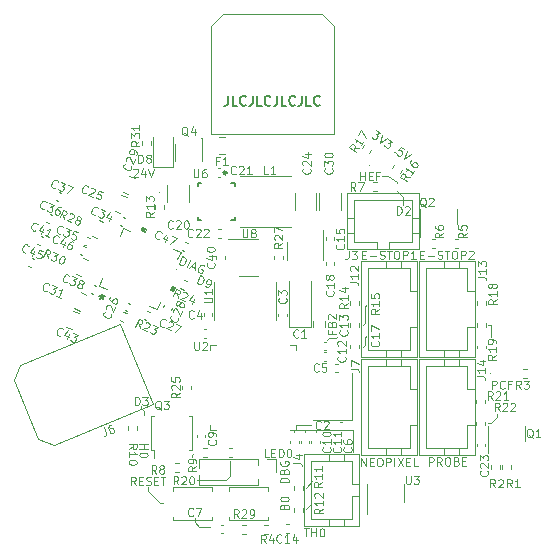
<source format=gto>
G04 #@! TF.GenerationSoftware,KiCad,Pcbnew,(6.0.0)*
G04 #@! TF.CreationDate,2022-03-04T12:47:46+01:00*
G04 #@! TF.ProjectId,MiniAB-CAN-Board,4d696e69-4142-42d4-9341-4e2d426f6172,1*
G04 #@! TF.SameCoordinates,Original*
G04 #@! TF.FileFunction,Legend,Top*
G04 #@! TF.FilePolarity,Positive*
%FSLAX46Y46*%
G04 Gerber Fmt 4.6, Leading zero omitted, Abs format (unit mm)*
G04 Created by KiCad (PCBNEW (6.0.0)) date 2022-03-04 12:47:46*
%MOMM*%
%LPD*%
G01*
G04 APERTURE LIST*
%ADD10C,0.100000*%
%ADD11C,0.160000*%
%ADD12C,0.150000*%
%ADD13C,0.120000*%
%ADD14C,0.250000*%
G04 APERTURE END LIST*
D10*
X99270000Y-96790000D02*
X100340000Y-97860000D01*
X103000000Y-93930000D02*
X103000000Y-93800000D01*
X98930000Y-90040000D02*
X98680000Y-89790000D01*
X119630000Y-70170000D02*
X119150000Y-70170000D01*
X111360000Y-91670000D02*
X116700000Y-91670000D01*
X128100000Y-91070000D02*
X128370000Y-91070000D01*
X112670000Y-98380000D02*
X113200000Y-97850000D01*
X117640000Y-81210000D02*
X117800000Y-81050000D01*
X106220000Y-95550000D02*
X105870000Y-95900000D01*
X103000000Y-93800000D02*
X103180000Y-93620000D01*
X112650000Y-96570000D02*
X113220000Y-96000000D01*
X99270000Y-96480000D02*
X99270000Y-96790000D01*
X120380000Y-70680000D02*
X119630000Y-70170000D01*
X128850000Y-90590000D02*
X128850000Y-90310000D01*
X114630000Y-83870000D02*
X114500000Y-84000000D01*
X113500000Y-91670000D02*
X113500000Y-91820000D01*
X115420000Y-83690000D02*
X115240000Y-83870000D01*
X98930000Y-90370000D02*
X98930000Y-90040000D01*
X128340000Y-83790000D02*
X128340000Y-82770000D01*
X117640000Y-82560000D02*
X117640000Y-81210000D01*
X103645000Y-99860000D02*
X103270000Y-99485000D01*
X105870000Y-95900000D02*
X103420000Y-95900000D01*
X117640000Y-84440000D02*
X117640000Y-83860000D01*
X98680000Y-89790000D02*
X98680000Y-89630000D01*
X117480000Y-84600000D02*
X117640000Y-84440000D01*
X120930000Y-71940000D02*
X120930000Y-72590000D01*
X103270000Y-99485000D02*
X103270000Y-99070000D01*
X117640000Y-83860000D02*
X117790000Y-83710000D01*
X106220000Y-94250000D02*
X106220000Y-95550000D01*
X128340000Y-82770000D02*
X128120000Y-82770000D01*
X116700000Y-91670000D02*
X116700000Y-93550000D01*
X117470000Y-82730000D02*
X117640000Y-82560000D01*
X112600000Y-91670000D02*
X112600000Y-91830000D01*
X103645000Y-99860000D02*
X104535000Y-99860000D01*
X115240000Y-83870000D02*
X114630000Y-83870000D01*
X100340000Y-97860000D02*
X100580000Y-97860000D01*
X111690000Y-91660000D02*
X111690000Y-91830000D01*
X120380000Y-71390000D02*
X120930000Y-71940000D01*
X120380000Y-70750000D02*
X120380000Y-70680000D01*
X128370000Y-91070000D02*
X128850000Y-90590000D01*
X98583333Y-92866666D02*
X99283333Y-92866666D01*
X98950000Y-92866666D02*
X98950000Y-93266666D01*
X98583333Y-93266666D02*
X99283333Y-93266666D01*
X99283333Y-93733333D02*
X99283333Y-93800000D01*
X99250000Y-93866666D01*
X99216666Y-93900000D01*
X99150000Y-93933333D01*
X99016666Y-93966666D01*
X98850000Y-93966666D01*
X98716666Y-93933333D01*
X98650000Y-93900000D01*
X98616666Y-93866666D01*
X98583333Y-93800000D01*
X98583333Y-93733333D01*
X98616666Y-93666666D01*
X98650000Y-93633333D01*
X98716666Y-93600000D01*
X98850000Y-93566666D01*
X99016666Y-93566666D01*
X99150000Y-93600000D01*
X99216666Y-93633333D01*
X99250000Y-93666666D01*
X99283333Y-93733333D01*
X118595858Y-66297568D02*
X118955107Y-66539885D01*
X118612547Y-66630483D01*
X118695451Y-66686402D01*
X118732080Y-66751317D01*
X118741075Y-66797591D01*
X118731430Y-66871500D01*
X118638231Y-67009673D01*
X118573317Y-67046302D01*
X118527043Y-67055297D01*
X118453134Y-67045652D01*
X118287326Y-66933814D01*
X118250697Y-66868899D01*
X118241702Y-66822625D01*
X119120915Y-66651723D02*
X118922922Y-67362528D01*
X119507799Y-66912680D01*
X119645972Y-67005879D02*
X120005221Y-67248196D01*
X119662661Y-67338794D01*
X119745565Y-67394713D01*
X119782194Y-67459628D01*
X119791189Y-67505902D01*
X119781544Y-67579811D01*
X119688345Y-67717984D01*
X119623431Y-67754613D01*
X119577157Y-67763608D01*
X119503248Y-67753963D01*
X119337441Y-67642125D01*
X119300811Y-67577210D01*
X119291816Y-67530936D01*
D11*
X106088571Y-63376428D02*
X106088571Y-63955000D01*
X106050000Y-64070714D01*
X105972857Y-64147857D01*
X105857142Y-64186428D01*
X105780000Y-64186428D01*
X106860000Y-64186428D02*
X106474285Y-64186428D01*
X106474285Y-63376428D01*
X107592857Y-64109285D02*
X107554285Y-64147857D01*
X107438571Y-64186428D01*
X107361428Y-64186428D01*
X107245714Y-64147857D01*
X107168571Y-64070714D01*
X107130000Y-63993571D01*
X107091428Y-63839285D01*
X107091428Y-63723571D01*
X107130000Y-63569285D01*
X107168571Y-63492142D01*
X107245714Y-63415000D01*
X107361428Y-63376428D01*
X107438571Y-63376428D01*
X107554285Y-63415000D01*
X107592857Y-63453571D01*
X108171428Y-63376428D02*
X108171428Y-63955000D01*
X108132857Y-64070714D01*
X108055714Y-64147857D01*
X107940000Y-64186428D01*
X107862857Y-64186428D01*
X108942857Y-64186428D02*
X108557142Y-64186428D01*
X108557142Y-63376428D01*
X109675714Y-64109285D02*
X109637142Y-64147857D01*
X109521428Y-64186428D01*
X109444285Y-64186428D01*
X109328571Y-64147857D01*
X109251428Y-64070714D01*
X109212857Y-63993571D01*
X109174285Y-63839285D01*
X109174285Y-63723571D01*
X109212857Y-63569285D01*
X109251428Y-63492142D01*
X109328571Y-63415000D01*
X109444285Y-63376428D01*
X109521428Y-63376428D01*
X109637142Y-63415000D01*
X109675714Y-63453571D01*
X110254285Y-63376428D02*
X110254285Y-63955000D01*
X110215714Y-64070714D01*
X110138571Y-64147857D01*
X110022857Y-64186428D01*
X109945714Y-64186428D01*
X111025714Y-64186428D02*
X110640000Y-64186428D01*
X110640000Y-63376428D01*
X111758571Y-64109285D02*
X111720000Y-64147857D01*
X111604285Y-64186428D01*
X111527142Y-64186428D01*
X111411428Y-64147857D01*
X111334285Y-64070714D01*
X111295714Y-63993571D01*
X111257142Y-63839285D01*
X111257142Y-63723571D01*
X111295714Y-63569285D01*
X111334285Y-63492142D01*
X111411428Y-63415000D01*
X111527142Y-63376428D01*
X111604285Y-63376428D01*
X111720000Y-63415000D01*
X111758571Y-63453571D01*
X112337142Y-63376428D02*
X112337142Y-63955000D01*
X112298571Y-64070714D01*
X112221428Y-64147857D01*
X112105714Y-64186428D01*
X112028571Y-64186428D01*
X113108571Y-64186428D02*
X112722857Y-64186428D01*
X112722857Y-63376428D01*
X113841428Y-64109285D02*
X113802857Y-64147857D01*
X113687142Y-64186428D01*
X113610000Y-64186428D01*
X113494285Y-64147857D01*
X113417142Y-64070714D01*
X113378571Y-63993571D01*
X113340000Y-63839285D01*
X113340000Y-63723571D01*
X113378571Y-63569285D01*
X113417142Y-63492142D01*
X113494285Y-63415000D01*
X113610000Y-63376428D01*
X113687142Y-63376428D01*
X113802857Y-63415000D01*
X113841428Y-63453571D01*
D10*
X128416666Y-88166666D02*
X128416666Y-87466666D01*
X128683333Y-87466666D01*
X128750000Y-87500000D01*
X128783333Y-87533333D01*
X128816666Y-87600000D01*
X128816666Y-87700000D01*
X128783333Y-87766666D01*
X128750000Y-87800000D01*
X128683333Y-87833333D01*
X128416666Y-87833333D01*
X129516666Y-88100000D02*
X129483333Y-88133333D01*
X129383333Y-88166666D01*
X129316666Y-88166666D01*
X129216666Y-88133333D01*
X129150000Y-88066666D01*
X129116666Y-88000000D01*
X129083333Y-87866666D01*
X129083333Y-87766666D01*
X129116666Y-87633333D01*
X129150000Y-87566666D01*
X129216666Y-87500000D01*
X129316666Y-87466666D01*
X129383333Y-87466666D01*
X129483333Y-87500000D01*
X129516666Y-87533333D01*
X130050000Y-87800000D02*
X129816666Y-87800000D01*
X129816666Y-88166666D02*
X129816666Y-87466666D01*
X130150000Y-87466666D01*
X121003818Y-67907643D02*
X120727473Y-67721245D01*
X120513440Y-67978951D01*
X120559715Y-67969956D01*
X120633624Y-67979601D01*
X120771797Y-68072800D01*
X120808426Y-68137714D01*
X120817421Y-68183989D01*
X120807776Y-68257898D01*
X120714577Y-68396070D01*
X120649663Y-68432700D01*
X120603389Y-68441695D01*
X120529480Y-68432050D01*
X120391307Y-68338851D01*
X120354677Y-68273937D01*
X120345682Y-68227662D01*
X121197261Y-68038121D02*
X120999268Y-68748926D01*
X121584145Y-68299078D01*
X109516666Y-93966666D02*
X109183333Y-93966666D01*
X109183333Y-93266666D01*
X109750000Y-93600000D02*
X109983333Y-93600000D01*
X110083333Y-93966666D02*
X109750000Y-93966666D01*
X109750000Y-93266666D01*
X110083333Y-93266666D01*
X110383333Y-93966666D02*
X110383333Y-93266666D01*
X110550000Y-93266666D01*
X110650000Y-93300000D01*
X110716666Y-93366666D01*
X110750000Y-93433333D01*
X110783333Y-93566666D01*
X110783333Y-93666666D01*
X110750000Y-93800000D01*
X110716666Y-93866666D01*
X110650000Y-93933333D01*
X110550000Y-93966666D01*
X110383333Y-93966666D01*
X111216666Y-93266666D02*
X111283333Y-93266666D01*
X111350000Y-93300000D01*
X111383333Y-93333333D01*
X111416666Y-93400000D01*
X111450000Y-93533333D01*
X111450000Y-93700000D01*
X111416666Y-93833333D01*
X111383333Y-93900000D01*
X111350000Y-93933333D01*
X111283333Y-93966666D01*
X111216666Y-93966666D01*
X111150000Y-93933333D01*
X111116666Y-93900000D01*
X111083333Y-93833333D01*
X111050000Y-93700000D01*
X111050000Y-93533333D01*
X111083333Y-93400000D01*
X111116666Y-93333333D01*
X111150000Y-93300000D01*
X111216666Y-93266666D01*
X98066666Y-69583333D02*
X98100000Y-69550000D01*
X98166666Y-69516666D01*
X98333333Y-69516666D01*
X98400000Y-69550000D01*
X98433333Y-69583333D01*
X98466666Y-69650000D01*
X98466666Y-69716666D01*
X98433333Y-69816666D01*
X98033333Y-70216666D01*
X98466666Y-70216666D01*
X99066666Y-69750000D02*
X99066666Y-70216666D01*
X98900000Y-69483333D02*
X98733333Y-69983333D01*
X99166666Y-69983333D01*
X99333333Y-69516666D02*
X99566666Y-70216666D01*
X99800000Y-69516666D01*
X101954937Y-77609878D02*
X102222815Y-76963162D01*
X102376795Y-77026943D01*
X102456427Y-77096007D01*
X102492507Y-77183111D01*
X102497791Y-77257459D01*
X102477562Y-77393399D01*
X102439294Y-77485787D01*
X102357473Y-77596215D01*
X102301165Y-77645051D01*
X102214061Y-77681131D01*
X102108917Y-77673658D01*
X101954937Y-77609878D01*
X102601653Y-77877756D02*
X102869531Y-77231041D01*
X102955353Y-77807785D02*
X103263313Y-77935347D01*
X102817224Y-77967049D02*
X103300675Y-77409626D01*
X103248368Y-78145635D01*
X104057818Y-77759325D02*
X104008982Y-77703017D01*
X103916594Y-77664749D01*
X103811450Y-77657276D01*
X103724346Y-77693356D01*
X103668038Y-77742192D01*
X103586218Y-77852620D01*
X103547949Y-77945008D01*
X103527721Y-78080948D01*
X103533004Y-78155296D01*
X103569084Y-78242400D01*
X103648716Y-78311464D01*
X103710308Y-78336976D01*
X103815452Y-78344449D01*
X103859004Y-78326409D01*
X103948297Y-78110837D01*
X103825113Y-78059813D01*
G04 #@! TO.C,C35*
X91911930Y-75012704D02*
X91868378Y-75030744D01*
X91763234Y-75023271D01*
X91701642Y-74997759D01*
X91622010Y-74928695D01*
X91585930Y-74841591D01*
X91580646Y-74767243D01*
X91600875Y-74631302D01*
X91639143Y-74538915D01*
X91720964Y-74428487D01*
X91777272Y-74379651D01*
X91864376Y-74343571D01*
X91969520Y-74351043D01*
X92031112Y-74376556D01*
X92110744Y-74445620D01*
X92128784Y-74489172D01*
X92369868Y-74516873D02*
X92770216Y-74682702D01*
X92452595Y-74839777D01*
X92544983Y-74878046D01*
X92593819Y-74934354D01*
X92611859Y-74977906D01*
X92617142Y-75052254D01*
X92553362Y-75206234D01*
X92497054Y-75255070D01*
X92453501Y-75273110D01*
X92379153Y-75278394D01*
X92194377Y-75201857D01*
X92145542Y-75145549D01*
X92127502Y-75101997D01*
X93355339Y-74925069D02*
X93047380Y-74797507D01*
X92889022Y-75092711D01*
X92932575Y-75074671D01*
X93006923Y-75069388D01*
X93160903Y-75133168D01*
X93209738Y-75189476D01*
X93227778Y-75233028D01*
X93233062Y-75307377D01*
X93169281Y-75461356D01*
X93112973Y-75510192D01*
X93069421Y-75528232D01*
X92995073Y-75533516D01*
X92841093Y-75469735D01*
X92792257Y-75413427D01*
X92774217Y-75369875D01*
G04 #@! TO.C,C31*
X90721299Y-79877373D02*
X90677747Y-79895413D01*
X90572603Y-79887940D01*
X90511011Y-79862428D01*
X90431379Y-79793364D01*
X90395299Y-79706260D01*
X90390015Y-79631912D01*
X90410244Y-79495971D01*
X90448512Y-79403584D01*
X90530333Y-79293156D01*
X90586641Y-79244320D01*
X90673745Y-79208240D01*
X90778889Y-79215712D01*
X90840481Y-79241225D01*
X90920113Y-79310289D01*
X90938153Y-79353841D01*
X91179237Y-79381542D02*
X91579585Y-79547371D01*
X91261964Y-79704446D01*
X91354352Y-79742715D01*
X91403188Y-79799023D01*
X91421228Y-79842575D01*
X91426511Y-79916923D01*
X91362731Y-80070903D01*
X91306423Y-80119739D01*
X91262870Y-80137779D01*
X91188522Y-80143063D01*
X91003746Y-80066526D01*
X90954911Y-80010218D01*
X90936871Y-79966666D01*
X91927626Y-80449209D02*
X91558074Y-80296136D01*
X91742850Y-80372673D02*
X92010728Y-79725957D01*
X91910868Y-79792833D01*
X91823764Y-79828912D01*
X91749416Y-79834196D01*
G04 #@! TO.C,C41*
X89742174Y-74763397D02*
X89698622Y-74781437D01*
X89593478Y-74773964D01*
X89531886Y-74748452D01*
X89452254Y-74679388D01*
X89416174Y-74592284D01*
X89410890Y-74517936D01*
X89431119Y-74381995D01*
X89469387Y-74289608D01*
X89551208Y-74179180D01*
X89607516Y-74130344D01*
X89694620Y-74094264D01*
X89799764Y-74101736D01*
X89861356Y-74127249D01*
X89940988Y-74196313D01*
X89959028Y-74239865D01*
X90449575Y-74623455D02*
X90270989Y-75054599D01*
X90397644Y-74313307D02*
X90052322Y-74711466D01*
X90452670Y-74877295D01*
X90948501Y-75335233D02*
X90578949Y-75182160D01*
X90763725Y-75258697D02*
X91031603Y-74611981D01*
X90931743Y-74678857D01*
X90844639Y-74714936D01*
X90770291Y-74720220D01*
G04 #@! TO.C,R22*
X129070000Y-90066666D02*
X128836666Y-89733333D01*
X128670000Y-90066666D02*
X128670000Y-89366666D01*
X128936666Y-89366666D01*
X129003333Y-89400000D01*
X129036666Y-89433333D01*
X129070000Y-89500000D01*
X129070000Y-89600000D01*
X129036666Y-89666666D01*
X129003333Y-89700000D01*
X128936666Y-89733333D01*
X128670000Y-89733333D01*
X129336666Y-89433333D02*
X129370000Y-89400000D01*
X129436666Y-89366666D01*
X129603333Y-89366666D01*
X129670000Y-89400000D01*
X129703333Y-89433333D01*
X129736666Y-89500000D01*
X129736666Y-89566666D01*
X129703333Y-89666666D01*
X129303333Y-90066666D01*
X129736666Y-90066666D01*
X130003333Y-89433333D02*
X130036666Y-89400000D01*
X130103333Y-89366666D01*
X130270000Y-89366666D01*
X130336666Y-89400000D01*
X130370000Y-89433333D01*
X130403333Y-89500000D01*
X130403333Y-89566666D01*
X130370000Y-89666666D01*
X129970000Y-90066666D01*
X130403333Y-90066666D01*
G04 #@! TO.C,J12*
X116416666Y-79141666D02*
X116916666Y-79141666D01*
X117016666Y-79175000D01*
X117083333Y-79241666D01*
X117116666Y-79341666D01*
X117116666Y-79408333D01*
X117116666Y-78441666D02*
X117116666Y-78841666D01*
X117116666Y-78641666D02*
X116416666Y-78641666D01*
X116516666Y-78708333D01*
X116583333Y-78775000D01*
X116616666Y-78841666D01*
X116483333Y-78175000D02*
X116450000Y-78141666D01*
X116416666Y-78075000D01*
X116416666Y-77908333D01*
X116450000Y-77841666D01*
X116483333Y-77808333D01*
X116550000Y-77775000D01*
X116616666Y-77775000D01*
X116716666Y-77808333D01*
X117116666Y-78208333D01*
X117116666Y-77775000D01*
X117466666Y-76800000D02*
X117700000Y-76800000D01*
X117800000Y-77166666D02*
X117466666Y-77166666D01*
X117466666Y-76466666D01*
X117800000Y-76466666D01*
X118100000Y-76900000D02*
X118633333Y-76900000D01*
X118933333Y-77133333D02*
X119033333Y-77166666D01*
X119200000Y-77166666D01*
X119266666Y-77133333D01*
X119300000Y-77100000D01*
X119333333Y-77033333D01*
X119333333Y-76966666D01*
X119300000Y-76900000D01*
X119266666Y-76866666D01*
X119200000Y-76833333D01*
X119066666Y-76800000D01*
X119000000Y-76766666D01*
X118966666Y-76733333D01*
X118933333Y-76666666D01*
X118933333Y-76600000D01*
X118966666Y-76533333D01*
X119000000Y-76500000D01*
X119066666Y-76466666D01*
X119233333Y-76466666D01*
X119333333Y-76500000D01*
X119533333Y-76466666D02*
X119933333Y-76466666D01*
X119733333Y-77166666D02*
X119733333Y-76466666D01*
X120300000Y-76466666D02*
X120433333Y-76466666D01*
X120500000Y-76500000D01*
X120566666Y-76566666D01*
X120600000Y-76700000D01*
X120600000Y-76933333D01*
X120566666Y-77066666D01*
X120500000Y-77133333D01*
X120433333Y-77166666D01*
X120300000Y-77166666D01*
X120233333Y-77133333D01*
X120166666Y-77066666D01*
X120133333Y-76933333D01*
X120133333Y-76700000D01*
X120166666Y-76566666D01*
X120233333Y-76500000D01*
X120300000Y-76466666D01*
X120900000Y-77166666D02*
X120900000Y-76466666D01*
X121166666Y-76466666D01*
X121233333Y-76500000D01*
X121266666Y-76533333D01*
X121300000Y-76600000D01*
X121300000Y-76700000D01*
X121266666Y-76766666D01*
X121233333Y-76800000D01*
X121166666Y-76833333D01*
X120900000Y-76833333D01*
X121966666Y-77166666D02*
X121566666Y-77166666D01*
X121766666Y-77166666D02*
X121766666Y-76466666D01*
X121700000Y-76566666D01*
X121633333Y-76633333D01*
X121566666Y-76666666D01*
G04 #@! TO.C,C36*
X90507535Y-72915636D02*
X90463983Y-72933676D01*
X90358839Y-72926203D01*
X90297247Y-72900691D01*
X90217615Y-72831627D01*
X90181535Y-72744523D01*
X90176251Y-72670175D01*
X90196480Y-72534234D01*
X90234748Y-72441847D01*
X90316569Y-72331419D01*
X90372877Y-72282583D01*
X90459981Y-72246503D01*
X90565125Y-72253975D01*
X90626717Y-72279488D01*
X90706349Y-72348552D01*
X90724389Y-72392104D01*
X90965473Y-72419805D02*
X91365821Y-72585634D01*
X91048200Y-72742709D01*
X91140588Y-72780978D01*
X91189424Y-72837286D01*
X91207464Y-72880838D01*
X91212747Y-72955186D01*
X91148967Y-73109166D01*
X91092659Y-73158002D01*
X91049106Y-73176042D01*
X90974758Y-73181326D01*
X90789982Y-73104789D01*
X90741147Y-73048481D01*
X90723107Y-73004929D01*
X91920148Y-72815244D02*
X91796964Y-72764220D01*
X91722616Y-72769504D01*
X91679064Y-72787544D01*
X91579204Y-72854419D01*
X91497384Y-72964847D01*
X91395335Y-73211215D01*
X91400618Y-73285563D01*
X91418658Y-73329115D01*
X91467494Y-73385423D01*
X91590678Y-73436448D01*
X91665026Y-73431164D01*
X91708578Y-73413124D01*
X91764886Y-73364288D01*
X91828667Y-73210309D01*
X91823383Y-73135960D01*
X91805343Y-73092408D01*
X91756508Y-73036100D01*
X91633324Y-72985076D01*
X91558976Y-72990359D01*
X91515423Y-73008399D01*
X91459115Y-73057235D01*
G04 #@! TO.C,C3*
X110970000Y-80486667D02*
X111003333Y-80520001D01*
X111036666Y-80620001D01*
X111036666Y-80686667D01*
X111003333Y-80786667D01*
X110936666Y-80853334D01*
X110870000Y-80886667D01*
X110736666Y-80920001D01*
X110636666Y-80920001D01*
X110503333Y-80886667D01*
X110436666Y-80853334D01*
X110370000Y-80786667D01*
X110336666Y-80686667D01*
X110336666Y-80620001D01*
X110370000Y-80520001D01*
X110403333Y-80486667D01*
X110336666Y-80253334D02*
X110336666Y-79820001D01*
X110603333Y-80053334D01*
X110603333Y-79953334D01*
X110636666Y-79886667D01*
X110670000Y-79853334D01*
X110736666Y-79820001D01*
X110903333Y-79820001D01*
X110970000Y-79853334D01*
X111003333Y-79886667D01*
X111036666Y-79953334D01*
X111036666Y-80153334D01*
X111003333Y-80220001D01*
X110970000Y-80253334D01*
G04 #@! TO.C,C45*
X88976804Y-76611154D02*
X88933252Y-76629194D01*
X88828108Y-76621721D01*
X88766516Y-76596209D01*
X88686884Y-76527145D01*
X88650804Y-76440041D01*
X88645520Y-76365693D01*
X88665749Y-76229752D01*
X88704017Y-76137365D01*
X88785838Y-76026937D01*
X88842146Y-75978101D01*
X88929250Y-75942021D01*
X89034394Y-75949493D01*
X89095986Y-75975006D01*
X89175618Y-76044070D01*
X89193658Y-76087622D01*
X89684205Y-76471212D02*
X89505619Y-76902356D01*
X89632274Y-76161064D02*
X89286952Y-76559223D01*
X89687300Y-76725052D01*
X90420213Y-76523519D02*
X90112254Y-76395957D01*
X89953896Y-76691161D01*
X89997449Y-76673121D01*
X90071797Y-76667838D01*
X90225777Y-76731618D01*
X90274612Y-76787926D01*
X90292652Y-76831478D01*
X90297936Y-76905827D01*
X90234155Y-77059806D01*
X90177847Y-77108642D01*
X90134295Y-77126682D01*
X90059947Y-77131966D01*
X89905967Y-77068185D01*
X89857131Y-77011877D01*
X89839091Y-76968325D01*
G04 #@! TO.C,R21*
X128480000Y-89096666D02*
X128246666Y-88763333D01*
X128080000Y-89096666D02*
X128080000Y-88396666D01*
X128346666Y-88396666D01*
X128413333Y-88430000D01*
X128446666Y-88463333D01*
X128480000Y-88530000D01*
X128480000Y-88630000D01*
X128446666Y-88696666D01*
X128413333Y-88730000D01*
X128346666Y-88763333D01*
X128080000Y-88763333D01*
X128746666Y-88463333D02*
X128780000Y-88430000D01*
X128846666Y-88396666D01*
X129013333Y-88396666D01*
X129080000Y-88430000D01*
X129113333Y-88463333D01*
X129146666Y-88530000D01*
X129146666Y-88596666D01*
X129113333Y-88696666D01*
X128713333Y-89096666D01*
X129146666Y-89096666D01*
X129813333Y-89096666D02*
X129413333Y-89096666D01*
X129613333Y-89096666D02*
X129613333Y-88396666D01*
X129546666Y-88496666D01*
X129480000Y-88563333D01*
X129413333Y-88596666D01*
G04 #@! TO.C,R25*
X101986666Y-88500000D02*
X101653333Y-88733333D01*
X101986666Y-88900000D02*
X101286666Y-88900000D01*
X101286666Y-88633333D01*
X101320000Y-88566666D01*
X101353333Y-88533333D01*
X101420000Y-88500000D01*
X101520000Y-88500000D01*
X101586666Y-88533333D01*
X101620000Y-88566666D01*
X101653333Y-88633333D01*
X101653333Y-88900000D01*
X101353333Y-88233333D02*
X101320000Y-88200000D01*
X101286666Y-88133333D01*
X101286666Y-87966666D01*
X101320000Y-87900000D01*
X101353333Y-87866666D01*
X101420000Y-87833333D01*
X101486666Y-87833333D01*
X101586666Y-87866666D01*
X101986666Y-88266666D01*
X101986666Y-87833333D01*
X101286666Y-87200000D02*
X101286666Y-87533333D01*
X101620000Y-87566666D01*
X101586666Y-87533333D01*
X101553333Y-87466666D01*
X101553333Y-87300000D01*
X101586666Y-87233333D01*
X101620000Y-87200000D01*
X101686666Y-87166666D01*
X101853333Y-87166666D01*
X101920000Y-87200000D01*
X101953333Y-87233333D01*
X101986666Y-87300000D01*
X101986666Y-87466666D01*
X101953333Y-87533333D01*
X101920000Y-87566666D01*
G04 #@! TO.C,R29*
X106970000Y-99086666D02*
X106736666Y-98753333D01*
X106570000Y-99086666D02*
X106570000Y-98386666D01*
X106836666Y-98386666D01*
X106903333Y-98420000D01*
X106936666Y-98453333D01*
X106970000Y-98520000D01*
X106970000Y-98620000D01*
X106936666Y-98686666D01*
X106903333Y-98720000D01*
X106836666Y-98753333D01*
X106570000Y-98753333D01*
X107236666Y-98453333D02*
X107270000Y-98420000D01*
X107336666Y-98386666D01*
X107503333Y-98386666D01*
X107570000Y-98420000D01*
X107603333Y-98453333D01*
X107636666Y-98520000D01*
X107636666Y-98586666D01*
X107603333Y-98686666D01*
X107203333Y-99086666D01*
X107636666Y-99086666D01*
X107970000Y-99086666D02*
X108103333Y-99086666D01*
X108170000Y-99053333D01*
X108203333Y-99020000D01*
X108270000Y-98920000D01*
X108303333Y-98786666D01*
X108303333Y-98520000D01*
X108270000Y-98453333D01*
X108236666Y-98420000D01*
X108170000Y-98386666D01*
X108036666Y-98386666D01*
X107970000Y-98420000D01*
X107936666Y-98453333D01*
X107903333Y-98520000D01*
X107903333Y-98686666D01*
X107936666Y-98753333D01*
X107970000Y-98786666D01*
X108036666Y-98820000D01*
X108170000Y-98820000D01*
X108236666Y-98786666D01*
X108270000Y-98753333D01*
X108303333Y-98686666D01*
G04 #@! TO.C,R5*
X126276666Y-74956666D02*
X125943333Y-75190000D01*
X126276666Y-75356666D02*
X125576666Y-75356666D01*
X125576666Y-75090000D01*
X125610000Y-75023333D01*
X125643333Y-74990000D01*
X125710000Y-74956666D01*
X125810000Y-74956666D01*
X125876666Y-74990000D01*
X125910000Y-75023333D01*
X125943333Y-75090000D01*
X125943333Y-75356666D01*
X125576666Y-74323333D02*
X125576666Y-74656666D01*
X125910000Y-74690000D01*
X125876666Y-74656666D01*
X125843333Y-74590000D01*
X125843333Y-74423333D01*
X125876666Y-74356666D01*
X125910000Y-74323333D01*
X125976666Y-74290000D01*
X126143333Y-74290000D01*
X126210000Y-74323333D01*
X126243333Y-74356666D01*
X126276666Y-74423333D01*
X126276666Y-74590000D01*
X126243333Y-74656666D01*
X126210000Y-74690000D01*
G04 #@! TO.C,R20*
X101870000Y-96266666D02*
X101636666Y-95933333D01*
X101470000Y-96266666D02*
X101470000Y-95566666D01*
X101736666Y-95566666D01*
X101803333Y-95600000D01*
X101836666Y-95633333D01*
X101870000Y-95700000D01*
X101870000Y-95800000D01*
X101836666Y-95866666D01*
X101803333Y-95900000D01*
X101736666Y-95933333D01*
X101470000Y-95933333D01*
X102136666Y-95633333D02*
X102170000Y-95600000D01*
X102236666Y-95566666D01*
X102403333Y-95566666D01*
X102470000Y-95600000D01*
X102503333Y-95633333D01*
X102536666Y-95700000D01*
X102536666Y-95766666D01*
X102503333Y-95866666D01*
X102103333Y-96266666D01*
X102536666Y-96266666D01*
X102970000Y-95566666D02*
X103036666Y-95566666D01*
X103103333Y-95600000D01*
X103136666Y-95633333D01*
X103170000Y-95700000D01*
X103203333Y-95833333D01*
X103203333Y-96000000D01*
X103170000Y-96133333D01*
X103136666Y-96200000D01*
X103103333Y-96233333D01*
X103036666Y-96266666D01*
X102970000Y-96266666D01*
X102903333Y-96233333D01*
X102870000Y-96200000D01*
X102836666Y-96133333D01*
X102803333Y-96000000D01*
X102803333Y-95833333D01*
X102836666Y-95700000D01*
X102870000Y-95633333D01*
X102903333Y-95600000D01*
X102970000Y-95566666D01*
G04 #@! TO.C,R17*
X117160891Y-67790144D02*
X116754067Y-67797189D01*
X116937214Y-68121759D02*
X116356888Y-67730324D01*
X116506006Y-67509247D01*
X116570920Y-67472618D01*
X116617194Y-67463623D01*
X116691103Y-67473268D01*
X116774007Y-67529187D01*
X116810636Y-67594102D01*
X116819631Y-67640376D01*
X116809986Y-67714285D01*
X116660868Y-67935362D01*
X117533687Y-67237452D02*
X117310009Y-67569067D01*
X117421848Y-67403260D02*
X116841522Y-67011825D01*
X116887146Y-67123013D01*
X116905136Y-67215562D01*
X116895491Y-67289471D01*
X117083839Y-66652575D02*
X117344795Y-66265691D01*
X117757364Y-66905837D01*
G04 #@! TO.C,C18*
X114975000Y-79875000D02*
X115008333Y-79908333D01*
X115041666Y-80008333D01*
X115041666Y-80075000D01*
X115008333Y-80175000D01*
X114941666Y-80241666D01*
X114875000Y-80275000D01*
X114741666Y-80308333D01*
X114641666Y-80308333D01*
X114508333Y-80275000D01*
X114441666Y-80241666D01*
X114375000Y-80175000D01*
X114341666Y-80075000D01*
X114341666Y-80008333D01*
X114375000Y-79908333D01*
X114408333Y-79875000D01*
X115041666Y-79208333D02*
X115041666Y-79608333D01*
X115041666Y-79408333D02*
X114341666Y-79408333D01*
X114441666Y-79475000D01*
X114508333Y-79541666D01*
X114541666Y-79608333D01*
X114641666Y-78808333D02*
X114608333Y-78875000D01*
X114575000Y-78908333D01*
X114508333Y-78941666D01*
X114475000Y-78941666D01*
X114408333Y-78908333D01*
X114375000Y-78875000D01*
X114341666Y-78808333D01*
X114341666Y-78675000D01*
X114375000Y-78608333D01*
X114408333Y-78575000D01*
X114475000Y-78541666D01*
X114508333Y-78541666D01*
X114575000Y-78575000D01*
X114608333Y-78608333D01*
X114641666Y-78675000D01*
X114641666Y-78808333D01*
X114675000Y-78875000D01*
X114708333Y-78908333D01*
X114775000Y-78941666D01*
X114908333Y-78941666D01*
X114975000Y-78908333D01*
X115008333Y-78875000D01*
X115041666Y-78808333D01*
X115041666Y-78675000D01*
X115008333Y-78608333D01*
X114975000Y-78575000D01*
X114908333Y-78541666D01*
X114775000Y-78541666D01*
X114708333Y-78575000D01*
X114675000Y-78608333D01*
X114641666Y-78675000D01*
G04 #@! TO.C,C6*
X116490000Y-93116666D02*
X116523333Y-93150000D01*
X116556666Y-93250000D01*
X116556666Y-93316666D01*
X116523333Y-93416666D01*
X116456666Y-93483333D01*
X116390000Y-93516666D01*
X116256666Y-93550000D01*
X116156666Y-93550000D01*
X116023333Y-93516666D01*
X115956666Y-93483333D01*
X115890000Y-93416666D01*
X115856666Y-93316666D01*
X115856666Y-93250000D01*
X115890000Y-93150000D01*
X115923333Y-93116666D01*
X115856666Y-92516666D02*
X115856666Y-92650000D01*
X115890000Y-92716666D01*
X115923333Y-92750000D01*
X116023333Y-92816666D01*
X116156666Y-92850000D01*
X116423333Y-92850000D01*
X116490000Y-92816666D01*
X116523333Y-92783333D01*
X116556666Y-92716666D01*
X116556666Y-92583333D01*
X116523333Y-92516666D01*
X116490000Y-92483333D01*
X116423333Y-92450000D01*
X116256666Y-92450000D01*
X116190000Y-92483333D01*
X116156666Y-92516666D01*
X116123333Y-92583333D01*
X116123333Y-92716666D01*
X116156666Y-92783333D01*
X116190000Y-92816666D01*
X116256666Y-92850000D01*
G04 #@! TO.C,R23*
X98613072Y-83050354D02*
X98525061Y-82653101D01*
X98243520Y-82897280D02*
X98511398Y-82250565D01*
X98757766Y-82352614D01*
X98806602Y-82408922D01*
X98824642Y-82452474D01*
X98829926Y-82526822D01*
X98791657Y-82619210D01*
X98735349Y-82668046D01*
X98691797Y-82686086D01*
X98617449Y-82691370D01*
X98371081Y-82589321D01*
X99101806Y-82567279D02*
X99145358Y-82549239D01*
X99219706Y-82543955D01*
X99373686Y-82607736D01*
X99422522Y-82664044D01*
X99440562Y-82707596D01*
X99445845Y-82781944D01*
X99420333Y-82843536D01*
X99351269Y-82923168D01*
X98828644Y-83139647D01*
X99228991Y-83305476D01*
X99712442Y-82748053D02*
X100112789Y-82913883D01*
X99795169Y-83070958D01*
X99887557Y-83109226D01*
X99936392Y-83165534D01*
X99954432Y-83209086D01*
X99959716Y-83283435D01*
X99895935Y-83437414D01*
X99839627Y-83486250D01*
X99796075Y-83504290D01*
X99721727Y-83509574D01*
X99536951Y-83433037D01*
X99488115Y-83376729D01*
X99470075Y-83333177D01*
G04 #@! TO.C,U6*
X103181666Y-69576666D02*
X103181666Y-70143333D01*
X103215000Y-70210000D01*
X103248333Y-70243333D01*
X103315000Y-70276666D01*
X103448333Y-70276666D01*
X103515000Y-70243333D01*
X103548333Y-70210000D01*
X103581666Y-70143333D01*
X103581666Y-69576666D01*
X104215000Y-69576666D02*
X104081666Y-69576666D01*
X104015000Y-69610000D01*
X103981666Y-69643333D01*
X103915000Y-69743333D01*
X103881666Y-69876666D01*
X103881666Y-70143333D01*
X103915000Y-70210000D01*
X103948333Y-70243333D01*
X104015000Y-70276666D01*
X104148333Y-70276666D01*
X104215000Y-70243333D01*
X104248333Y-70210000D01*
X104281666Y-70143333D01*
X104281666Y-69976666D01*
X104248333Y-69910000D01*
X104215000Y-69876666D01*
X104148333Y-69843333D01*
X104015000Y-69843333D01*
X103948333Y-69876666D01*
X103915000Y-69910000D01*
X103881666Y-69976666D01*
G04 #@! TO.C,R4*
X109293333Y-101236666D02*
X109060000Y-100903333D01*
X108893333Y-101236666D02*
X108893333Y-100536666D01*
X109160000Y-100536666D01*
X109226666Y-100570000D01*
X109260000Y-100603333D01*
X109293333Y-100670000D01*
X109293333Y-100770000D01*
X109260000Y-100836666D01*
X109226666Y-100870000D01*
X109160000Y-100903333D01*
X108893333Y-100903333D01*
X109893333Y-100770000D02*
X109893333Y-101236666D01*
X109726666Y-100503333D02*
X109560000Y-101003333D01*
X109993333Y-101003333D01*
G04 #@! TO.C,C7*
X103113333Y-98890000D02*
X103080000Y-98923333D01*
X102980000Y-98956666D01*
X102913333Y-98956666D01*
X102813333Y-98923333D01*
X102746666Y-98856666D01*
X102713333Y-98790000D01*
X102680000Y-98656666D01*
X102680000Y-98556666D01*
X102713333Y-98423333D01*
X102746666Y-98356666D01*
X102813333Y-98290000D01*
X102913333Y-98256666D01*
X102980000Y-98256666D01*
X103080000Y-98290000D01*
X103113333Y-98323333D01*
X103346666Y-98256666D02*
X103813333Y-98256666D01*
X103513333Y-98956666D01*
G04 #@! TO.C,C1*
X112033333Y-83770000D02*
X112000000Y-83803333D01*
X111900000Y-83836666D01*
X111833333Y-83836666D01*
X111733333Y-83803333D01*
X111666666Y-83736666D01*
X111633333Y-83670000D01*
X111600000Y-83536666D01*
X111600000Y-83436666D01*
X111633333Y-83303333D01*
X111666666Y-83236666D01*
X111733333Y-83170000D01*
X111833333Y-83136666D01*
X111900000Y-83136666D01*
X112000000Y-83170000D01*
X112033333Y-83203333D01*
X112700000Y-83836666D02*
X112300000Y-83836666D01*
X112500000Y-83836666D02*
X112500000Y-83136666D01*
X112433333Y-83236666D01*
X112366666Y-83303333D01*
X112300000Y-83336666D01*
G04 #@! TO.C,C2*
X113933333Y-91520000D02*
X113900000Y-91553333D01*
X113800000Y-91586666D01*
X113733333Y-91586666D01*
X113633333Y-91553333D01*
X113566666Y-91486666D01*
X113533333Y-91420000D01*
X113500000Y-91286666D01*
X113500000Y-91186666D01*
X113533333Y-91053333D01*
X113566666Y-90986666D01*
X113633333Y-90920000D01*
X113733333Y-90886666D01*
X113800000Y-90886666D01*
X113900000Y-90920000D01*
X113933333Y-90953333D01*
X114200000Y-90953333D02*
X114233333Y-90920000D01*
X114300000Y-90886666D01*
X114466666Y-90886666D01*
X114533333Y-90920000D01*
X114566666Y-90953333D01*
X114600000Y-91020000D01*
X114600000Y-91086666D01*
X114566666Y-91186666D01*
X114166666Y-91586666D01*
X114600000Y-91586666D01*
G04 #@! TO.C,R9*
X103406666Y-94746666D02*
X103073333Y-94980000D01*
X103406666Y-95146666D02*
X102706666Y-95146666D01*
X102706666Y-94880000D01*
X102740000Y-94813333D01*
X102773333Y-94780000D01*
X102840000Y-94746666D01*
X102940000Y-94746666D01*
X103006666Y-94780000D01*
X103040000Y-94813333D01*
X103073333Y-94880000D01*
X103073333Y-95146666D01*
X103406666Y-94413333D02*
X103406666Y-94280000D01*
X103373333Y-94213333D01*
X103340000Y-94180000D01*
X103240000Y-94113333D01*
X103106666Y-94080000D01*
X102840000Y-94080000D01*
X102773333Y-94113333D01*
X102740000Y-94146666D01*
X102706666Y-94213333D01*
X102706666Y-94346666D01*
X102740000Y-94413333D01*
X102773333Y-94446666D01*
X102840000Y-94480000D01*
X103006666Y-94480000D01*
X103073333Y-94446666D01*
X103106666Y-94413333D01*
X103140000Y-94346666D01*
X103140000Y-94213333D01*
X103106666Y-94146666D01*
X103073333Y-94113333D01*
X103006666Y-94080000D01*
G04 #@! TO.C,C29*
X97888762Y-69311416D02*
X97906802Y-69354968D01*
X97899329Y-69460112D01*
X97873817Y-69521704D01*
X97804753Y-69601336D01*
X97717649Y-69637416D01*
X97643301Y-69642700D01*
X97507360Y-69622471D01*
X97414973Y-69584203D01*
X97304545Y-69502382D01*
X97255709Y-69446074D01*
X97219629Y-69358970D01*
X97227101Y-69253826D01*
X97252614Y-69192234D01*
X97321678Y-69112602D01*
X97365230Y-69094562D01*
X97467279Y-68848194D02*
X97449239Y-68804642D01*
X97443955Y-68730294D01*
X97507736Y-68576314D01*
X97564044Y-68527478D01*
X97607596Y-68509438D01*
X97681944Y-68504155D01*
X97743536Y-68529667D01*
X97823168Y-68598731D01*
X98039647Y-69121356D01*
X98205476Y-68721009D01*
X98333037Y-68413049D02*
X98384062Y-68289865D01*
X98378778Y-68215517D01*
X98360738Y-68171965D01*
X98293862Y-68072104D01*
X98183435Y-67990284D01*
X97937067Y-67888235D01*
X97862719Y-67893519D01*
X97819166Y-67911559D01*
X97762858Y-67960395D01*
X97711834Y-68083578D01*
X97717118Y-68157927D01*
X97735157Y-68201479D01*
X97783993Y-68257787D01*
X97937973Y-68321567D01*
X98012321Y-68316284D01*
X98055873Y-68298244D01*
X98112182Y-68249408D01*
X98163206Y-68126224D01*
X98157922Y-68051876D01*
X98139882Y-68008324D01*
X98091047Y-67952016D01*
G04 #@! TO.C,C5*
X113753333Y-86650000D02*
X113720000Y-86683333D01*
X113620000Y-86716666D01*
X113553333Y-86716666D01*
X113453333Y-86683333D01*
X113386666Y-86616666D01*
X113353333Y-86550000D01*
X113320000Y-86416666D01*
X113320000Y-86316666D01*
X113353333Y-86183333D01*
X113386666Y-86116666D01*
X113453333Y-86050000D01*
X113553333Y-86016666D01*
X113620000Y-86016666D01*
X113720000Y-86050000D01*
X113753333Y-86083333D01*
X114386666Y-86016666D02*
X114053333Y-86016666D01*
X114020000Y-86350000D01*
X114053333Y-86316666D01*
X114120000Y-86283333D01*
X114286666Y-86283333D01*
X114353333Y-86316666D01*
X114386666Y-86350000D01*
X114420000Y-86416666D01*
X114420000Y-86583333D01*
X114386666Y-86650000D01*
X114353333Y-86683333D01*
X114286666Y-86716666D01*
X114120000Y-86716666D01*
X114053333Y-86683333D01*
X114020000Y-86650000D01*
G04 #@! TO.C,C43*
X91899262Y-83666599D02*
X91855710Y-83684639D01*
X91750566Y-83677166D01*
X91688974Y-83651654D01*
X91609342Y-83582590D01*
X91573262Y-83495486D01*
X91567978Y-83421138D01*
X91588207Y-83285197D01*
X91626475Y-83192810D01*
X91708296Y-83082382D01*
X91764604Y-83033546D01*
X91851708Y-82997466D01*
X91956852Y-83004938D01*
X92018444Y-83030451D01*
X92098076Y-83099515D01*
X92116116Y-83143067D01*
X92606663Y-83526657D02*
X92428077Y-83957801D01*
X92554732Y-83216509D02*
X92209410Y-83614668D01*
X92609758Y-83780497D01*
X92973120Y-83425890D02*
X93373467Y-83591720D01*
X93055847Y-83748795D01*
X93148235Y-83787063D01*
X93197070Y-83843371D01*
X93215110Y-83886923D01*
X93220394Y-83961272D01*
X93156613Y-84115251D01*
X93100305Y-84164087D01*
X93056753Y-84182127D01*
X92982405Y-84187411D01*
X92797629Y-84110874D01*
X92748793Y-84054566D01*
X92730753Y-84011014D01*
G04 #@! TO.C,J3*
X116291666Y-76516666D02*
X116291666Y-77016666D01*
X116258333Y-77116666D01*
X116191666Y-77183333D01*
X116091666Y-77216666D01*
X116025000Y-77216666D01*
X116558333Y-76516666D02*
X116991666Y-76516666D01*
X116758333Y-76783333D01*
X116858333Y-76783333D01*
X116925000Y-76816666D01*
X116958333Y-76850000D01*
X116991666Y-76916666D01*
X116991666Y-77083333D01*
X116958333Y-77150000D01*
X116925000Y-77183333D01*
X116858333Y-77216666D01*
X116658333Y-77216666D01*
X116591666Y-77183333D01*
X116558333Y-77150000D01*
X117273333Y-70496666D02*
X117273333Y-69796666D01*
X117273333Y-70130000D02*
X117673333Y-70130000D01*
X117673333Y-70496666D02*
X117673333Y-69796666D01*
X118006666Y-70130000D02*
X118240000Y-70130000D01*
X118340000Y-70496666D02*
X118006666Y-70496666D01*
X118006666Y-69796666D01*
X118340000Y-69796666D01*
X118873333Y-70130000D02*
X118640000Y-70130000D01*
X118640000Y-70496666D02*
X118640000Y-69796666D01*
X118973333Y-69796666D01*
G04 #@! TO.C,U3*
X121136666Y-95526666D02*
X121136666Y-96093333D01*
X121170000Y-96160000D01*
X121203333Y-96193333D01*
X121270000Y-96226666D01*
X121403333Y-96226666D01*
X121470000Y-96193333D01*
X121503333Y-96160000D01*
X121536666Y-96093333D01*
X121536666Y-95526666D01*
X121803333Y-95526666D02*
X122236666Y-95526666D01*
X122003333Y-95793333D01*
X122103333Y-95793333D01*
X122170000Y-95826666D01*
X122203333Y-95860000D01*
X122236666Y-95926666D01*
X122236666Y-96093333D01*
X122203333Y-96160000D01*
X122170000Y-96193333D01*
X122103333Y-96226666D01*
X121903333Y-96226666D01*
X121836666Y-96193333D01*
X121803333Y-96160000D01*
G04 #@! TO.C,Q4*
X102683333Y-66733333D02*
X102616666Y-66700000D01*
X102550000Y-66633333D01*
X102450000Y-66533333D01*
X102383333Y-66500000D01*
X102316666Y-66500000D01*
X102350000Y-66666666D02*
X102283333Y-66633333D01*
X102216666Y-66566666D01*
X102183333Y-66433333D01*
X102183333Y-66200000D01*
X102216666Y-66066666D01*
X102283333Y-66000000D01*
X102350000Y-65966666D01*
X102483333Y-65966666D01*
X102550000Y-66000000D01*
X102616666Y-66066666D01*
X102650000Y-66200000D01*
X102650000Y-66433333D01*
X102616666Y-66566666D01*
X102550000Y-66633333D01*
X102483333Y-66666666D01*
X102350000Y-66666666D01*
X103250000Y-66200000D02*
X103250000Y-66666666D01*
X103083333Y-65933333D02*
X102916666Y-66433333D01*
X103350000Y-66433333D01*
G04 #@! TO.C,C23*
X128040000Y-95120000D02*
X128073333Y-95153333D01*
X128106666Y-95253333D01*
X128106666Y-95320000D01*
X128073333Y-95420000D01*
X128006666Y-95486666D01*
X127940000Y-95520000D01*
X127806666Y-95553333D01*
X127706666Y-95553333D01*
X127573333Y-95520000D01*
X127506666Y-95486666D01*
X127440000Y-95420000D01*
X127406666Y-95320000D01*
X127406666Y-95253333D01*
X127440000Y-95153333D01*
X127473333Y-95120000D01*
X127473333Y-94853333D02*
X127440000Y-94820000D01*
X127406666Y-94753333D01*
X127406666Y-94586666D01*
X127440000Y-94520000D01*
X127473333Y-94486666D01*
X127540000Y-94453333D01*
X127606666Y-94453333D01*
X127706666Y-94486666D01*
X128106666Y-94886666D01*
X128106666Y-94453333D01*
X127406666Y-94220000D02*
X127406666Y-93786666D01*
X127673333Y-94020000D01*
X127673333Y-93920000D01*
X127706666Y-93853333D01*
X127740000Y-93820000D01*
X127806666Y-93786666D01*
X127973333Y-93786666D01*
X128040000Y-93820000D01*
X128073333Y-93853333D01*
X128106666Y-93920000D01*
X128106666Y-94120000D01*
X128073333Y-94186666D01*
X128040000Y-94220000D01*
G04 #@! TO.C,U2*
X103226666Y-84186666D02*
X103226666Y-84753333D01*
X103260000Y-84820000D01*
X103293333Y-84853333D01*
X103360000Y-84886666D01*
X103493333Y-84886666D01*
X103560000Y-84853333D01*
X103593333Y-84820000D01*
X103626666Y-84753333D01*
X103626666Y-84186666D01*
X103926666Y-84253333D02*
X103960000Y-84220000D01*
X104026666Y-84186666D01*
X104193333Y-84186666D01*
X104260000Y-84220000D01*
X104293333Y-84253333D01*
X104326666Y-84320000D01*
X104326666Y-84386666D01*
X104293333Y-84486666D01*
X103893333Y-84886666D01*
X104326666Y-84886666D01*
G04 #@! TO.C,R10*
X97663333Y-93260000D02*
X97996666Y-93026666D01*
X97663333Y-92860000D02*
X98363333Y-92860000D01*
X98363333Y-93126666D01*
X98330000Y-93193333D01*
X98296666Y-93226666D01*
X98230000Y-93260000D01*
X98130000Y-93260000D01*
X98063333Y-93226666D01*
X98030000Y-93193333D01*
X97996666Y-93126666D01*
X97996666Y-92860000D01*
X97663333Y-93926666D02*
X97663333Y-93526666D01*
X97663333Y-93726666D02*
X98363333Y-93726666D01*
X98263333Y-93660000D01*
X98196666Y-93593333D01*
X98163333Y-93526666D01*
X98363333Y-94360000D02*
X98363333Y-94426666D01*
X98330000Y-94493333D01*
X98296666Y-94526666D01*
X98230000Y-94560000D01*
X98096666Y-94593333D01*
X97930000Y-94593333D01*
X97796666Y-94560000D01*
X97730000Y-94526666D01*
X97696666Y-94493333D01*
X97663333Y-94426666D01*
X97663333Y-94360000D01*
X97696666Y-94293333D01*
X97730000Y-94260000D01*
X97796666Y-94226666D01*
X97930000Y-94193333D01*
X98096666Y-94193333D01*
X98230000Y-94226666D01*
X98296666Y-94260000D01*
X98330000Y-94293333D01*
X98363333Y-94360000D01*
G04 #@! TO.C,C11*
X115590000Y-93120000D02*
X115623333Y-93153333D01*
X115656666Y-93253333D01*
X115656666Y-93320000D01*
X115623333Y-93420000D01*
X115556666Y-93486666D01*
X115490000Y-93520000D01*
X115356666Y-93553333D01*
X115256666Y-93553333D01*
X115123333Y-93520000D01*
X115056666Y-93486666D01*
X114990000Y-93420000D01*
X114956666Y-93320000D01*
X114956666Y-93253333D01*
X114990000Y-93153333D01*
X115023333Y-93120000D01*
X115656666Y-92453333D02*
X115656666Y-92853333D01*
X115656666Y-92653333D02*
X114956666Y-92653333D01*
X115056666Y-92720000D01*
X115123333Y-92786666D01*
X115156666Y-92853333D01*
X115656666Y-91786666D02*
X115656666Y-92186666D01*
X115656666Y-91986666D02*
X114956666Y-91986666D01*
X115056666Y-92053333D01*
X115123333Y-92120000D01*
X115156666Y-92186666D01*
G04 #@! TO.C,R14*
X116216666Y-80930000D02*
X115883333Y-81163333D01*
X116216666Y-81330000D02*
X115516666Y-81330000D01*
X115516666Y-81063333D01*
X115550000Y-80996666D01*
X115583333Y-80963333D01*
X115650000Y-80930000D01*
X115750000Y-80930000D01*
X115816666Y-80963333D01*
X115850000Y-80996666D01*
X115883333Y-81063333D01*
X115883333Y-81330000D01*
X116216666Y-80263333D02*
X116216666Y-80663333D01*
X116216666Y-80463333D02*
X115516666Y-80463333D01*
X115616666Y-80530000D01*
X115683333Y-80596666D01*
X115716666Y-80663333D01*
X115750000Y-79663333D02*
X116216666Y-79663333D01*
X115483333Y-79830000D02*
X115983333Y-79996666D01*
X115983333Y-79563333D01*
G04 #@! TO.C,C9*
X105000000Y-92506667D02*
X105033333Y-92540001D01*
X105066666Y-92640001D01*
X105066666Y-92706667D01*
X105033333Y-92806667D01*
X104966666Y-92873334D01*
X104900000Y-92906667D01*
X104766666Y-92940001D01*
X104666666Y-92940001D01*
X104533333Y-92906667D01*
X104466666Y-92873334D01*
X104400000Y-92806667D01*
X104366666Y-92706667D01*
X104366666Y-92640001D01*
X104400000Y-92540001D01*
X104433333Y-92506667D01*
X105066666Y-92173334D02*
X105066666Y-92040001D01*
X105033333Y-91973334D01*
X105000000Y-91940001D01*
X104900000Y-91873334D01*
X104766666Y-91840001D01*
X104500000Y-91840001D01*
X104433333Y-91873334D01*
X104400000Y-91906667D01*
X104366666Y-91973334D01*
X104366666Y-92106667D01*
X104400000Y-92173334D01*
X104433333Y-92206667D01*
X104500000Y-92240001D01*
X104666666Y-92240001D01*
X104733333Y-92206667D01*
X104766666Y-92173334D01*
X104800000Y-92106667D01*
X104800000Y-91973334D01*
X104766666Y-91906667D01*
X104733333Y-91873334D01*
X104666666Y-91840001D01*
G04 #@! TO.C,R24*
X101820841Y-80488142D02*
X101732830Y-80090889D01*
X101451289Y-80335068D02*
X101719167Y-79688353D01*
X101965535Y-79790402D01*
X102014371Y-79846710D01*
X102032411Y-79890262D01*
X102037695Y-79964610D01*
X101999426Y-80056998D01*
X101943118Y-80105834D01*
X101899566Y-80123874D01*
X101825218Y-80129158D01*
X101578850Y-80027109D01*
X102309575Y-80005067D02*
X102353127Y-79987027D01*
X102427475Y-79981743D01*
X102581455Y-80045524D01*
X102630291Y-80101832D01*
X102648331Y-80145384D01*
X102653614Y-80219732D01*
X102628102Y-80281324D01*
X102559038Y-80360956D01*
X102036413Y-80577435D01*
X102436760Y-80743264D01*
X103169674Y-80541730D02*
X102991088Y-80972874D01*
X103117743Y-80231582D02*
X102772421Y-80629741D01*
X103172769Y-80795571D01*
G04 #@! TO.C,J7*
X116456666Y-86473333D02*
X116956666Y-86473333D01*
X117056666Y-86506666D01*
X117123333Y-86573333D01*
X117156666Y-86673333D01*
X117156666Y-86740000D01*
X116456666Y-86206666D02*
X116456666Y-85740000D01*
X117156666Y-86040000D01*
X117366666Y-94716666D02*
X117366666Y-94016666D01*
X117766666Y-94716666D01*
X117766666Y-94016666D01*
X118100000Y-94350000D02*
X118333333Y-94350000D01*
X118433333Y-94716666D02*
X118100000Y-94716666D01*
X118100000Y-94016666D01*
X118433333Y-94016666D01*
X118866666Y-94016666D02*
X119000000Y-94016666D01*
X119066666Y-94050000D01*
X119133333Y-94116666D01*
X119166666Y-94250000D01*
X119166666Y-94483333D01*
X119133333Y-94616666D01*
X119066666Y-94683333D01*
X119000000Y-94716666D01*
X118866666Y-94716666D01*
X118800000Y-94683333D01*
X118733333Y-94616666D01*
X118700000Y-94483333D01*
X118700000Y-94250000D01*
X118733333Y-94116666D01*
X118800000Y-94050000D01*
X118866666Y-94016666D01*
X119466666Y-94716666D02*
X119466666Y-94016666D01*
X119733333Y-94016666D01*
X119800000Y-94050000D01*
X119833333Y-94083333D01*
X119866666Y-94150000D01*
X119866666Y-94250000D01*
X119833333Y-94316666D01*
X119800000Y-94350000D01*
X119733333Y-94383333D01*
X119466666Y-94383333D01*
X120166666Y-94716666D02*
X120166666Y-94016666D01*
X120433333Y-94016666D02*
X120900000Y-94716666D01*
X120900000Y-94016666D02*
X120433333Y-94716666D01*
X121166666Y-94350000D02*
X121400000Y-94350000D01*
X121500000Y-94716666D02*
X121166666Y-94716666D01*
X121166666Y-94016666D01*
X121500000Y-94016666D01*
X122133333Y-94716666D02*
X121800000Y-94716666D01*
X121800000Y-94016666D01*
G04 #@! TO.C,D9*
X103464346Y-79220597D02*
X103732224Y-78573881D01*
X103886204Y-78637661D01*
X103965836Y-78706726D01*
X104001916Y-78793830D01*
X104007199Y-78868178D01*
X103986971Y-79004118D01*
X103948702Y-79096506D01*
X103866882Y-79206934D01*
X103810574Y-79255770D01*
X103723470Y-79291850D01*
X103618326Y-79284377D01*
X103464346Y-79220597D01*
X104141857Y-79501231D02*
X104265041Y-79552256D01*
X104339389Y-79546972D01*
X104382941Y-79528932D01*
X104482802Y-79462056D01*
X104564622Y-79351628D01*
X104666671Y-79105261D01*
X104661387Y-79030912D01*
X104643347Y-78987360D01*
X104594512Y-78931052D01*
X104471328Y-78880028D01*
X104396980Y-78885311D01*
X104353428Y-78903351D01*
X104297119Y-78952187D01*
X104233339Y-79106167D01*
X104238622Y-79180515D01*
X104256662Y-79224067D01*
X104305498Y-79280375D01*
X104428682Y-79331400D01*
X104503030Y-79326116D01*
X104546582Y-79308076D01*
X104602891Y-79259240D01*
G04 #@! TO.C,SW1*
X98253333Y-96316666D02*
X98020000Y-95983333D01*
X97853333Y-96316666D02*
X97853333Y-95616666D01*
X98120000Y-95616666D01*
X98186666Y-95650000D01*
X98220000Y-95683333D01*
X98253333Y-95750000D01*
X98253333Y-95850000D01*
X98220000Y-95916666D01*
X98186666Y-95950000D01*
X98120000Y-95983333D01*
X97853333Y-95983333D01*
X98553333Y-95950000D02*
X98786666Y-95950000D01*
X98886666Y-96316666D02*
X98553333Y-96316666D01*
X98553333Y-95616666D01*
X98886666Y-95616666D01*
X99153333Y-96283333D02*
X99253333Y-96316666D01*
X99420000Y-96316666D01*
X99486666Y-96283333D01*
X99520000Y-96250000D01*
X99553333Y-96183333D01*
X99553333Y-96116666D01*
X99520000Y-96050000D01*
X99486666Y-96016666D01*
X99420000Y-95983333D01*
X99286666Y-95950000D01*
X99220000Y-95916666D01*
X99186666Y-95883333D01*
X99153333Y-95816666D01*
X99153333Y-95750000D01*
X99186666Y-95683333D01*
X99220000Y-95650000D01*
X99286666Y-95616666D01*
X99453333Y-95616666D01*
X99553333Y-95650000D01*
X99853333Y-95950000D02*
X100086666Y-95950000D01*
X100186666Y-96316666D02*
X99853333Y-96316666D01*
X99853333Y-95616666D01*
X100186666Y-95616666D01*
X100386666Y-95616666D02*
X100786666Y-95616666D01*
X100586666Y-96316666D02*
X100586666Y-95616666D01*
G04 #@! TO.C,C13*
X116150000Y-83230000D02*
X116183333Y-83263333D01*
X116216666Y-83363333D01*
X116216666Y-83430000D01*
X116183333Y-83530000D01*
X116116666Y-83596666D01*
X116050000Y-83630000D01*
X115916666Y-83663333D01*
X115816666Y-83663333D01*
X115683333Y-83630000D01*
X115616666Y-83596666D01*
X115550000Y-83530000D01*
X115516666Y-83430000D01*
X115516666Y-83363333D01*
X115550000Y-83263333D01*
X115583333Y-83230000D01*
X116216666Y-82563333D02*
X116216666Y-82963333D01*
X116216666Y-82763333D02*
X115516666Y-82763333D01*
X115616666Y-82830000D01*
X115683333Y-82896666D01*
X115716666Y-82963333D01*
X115516666Y-82330000D02*
X115516666Y-81896666D01*
X115783333Y-82130000D01*
X115783333Y-82030000D01*
X115816666Y-81963333D01*
X115850000Y-81930000D01*
X115916666Y-81896666D01*
X116083333Y-81896666D01*
X116150000Y-81930000D01*
X116183333Y-81963333D01*
X116216666Y-82030000D01*
X116216666Y-82230000D01*
X116183333Y-82296666D01*
X116150000Y-82330000D01*
G04 #@! TO.C,R30*
X90821468Y-77122682D02*
X90733457Y-76725429D01*
X90451916Y-76969608D02*
X90719794Y-76322893D01*
X90966162Y-76424942D01*
X91014998Y-76481250D01*
X91033038Y-76524802D01*
X91038322Y-76599150D01*
X91000053Y-76691538D01*
X90943745Y-76740374D01*
X90900193Y-76758414D01*
X90825845Y-76763698D01*
X90579477Y-76661649D01*
X91304918Y-76565259D02*
X91705266Y-76731088D01*
X91387645Y-76888163D01*
X91480033Y-76926432D01*
X91528869Y-76982740D01*
X91546909Y-77026292D01*
X91552192Y-77100640D01*
X91488412Y-77254620D01*
X91432104Y-77303456D01*
X91388551Y-77321496D01*
X91314203Y-77326780D01*
X91129427Y-77250243D01*
X91080592Y-77193935D01*
X91062552Y-77150383D01*
X92105614Y-76896918D02*
X92167205Y-76922430D01*
X92216041Y-76978738D01*
X92234081Y-77022290D01*
X92239365Y-77096639D01*
X92219136Y-77232579D01*
X92155356Y-77386559D01*
X92073535Y-77496986D01*
X92017227Y-77545822D01*
X91973675Y-77563862D01*
X91899327Y-77569146D01*
X91837735Y-77543634D01*
X91788899Y-77487325D01*
X91770859Y-77443773D01*
X91765576Y-77369425D01*
X91785804Y-77233485D01*
X91849585Y-77079505D01*
X91931405Y-76969077D01*
X91987713Y-76920242D01*
X92031265Y-76902202D01*
X92105614Y-76896918D01*
D12*
G04 #@! TO.C,U5*
X95186098Y-80310658D02*
X95406070Y-80401773D01*
X95226966Y-80585298D02*
X95406070Y-80401773D01*
X95409196Y-80145356D01*
X95527378Y-80606648D02*
X95406070Y-80401773D01*
X95636716Y-80342682D01*
X95186098Y-80310658D02*
X95406070Y-80401773D01*
X95226966Y-80585298D02*
X95406070Y-80401773D01*
X95409196Y-80145356D01*
X95527378Y-80606648D02*
X95406070Y-80401773D01*
X95636716Y-80342682D01*
D10*
G04 #@! TO.C,J9*
X111206666Y-96083333D02*
X110506666Y-96083333D01*
X110506666Y-95916666D01*
X110540000Y-95816666D01*
X110606666Y-95750000D01*
X110673333Y-95716666D01*
X110806666Y-95683333D01*
X110906666Y-95683333D01*
X111040000Y-95716666D01*
X111106666Y-95750000D01*
X111173333Y-95816666D01*
X111206666Y-95916666D01*
X111206666Y-96083333D01*
X110840000Y-95150000D02*
X110873333Y-95050000D01*
X110906666Y-95016666D01*
X110973333Y-94983333D01*
X111073333Y-94983333D01*
X111140000Y-95016666D01*
X111173333Y-95050000D01*
X111206666Y-95116666D01*
X111206666Y-95383333D01*
X110506666Y-95383333D01*
X110506666Y-95150000D01*
X110540000Y-95083333D01*
X110573333Y-95050000D01*
X110640000Y-95016666D01*
X110706666Y-95016666D01*
X110773333Y-95050000D01*
X110806666Y-95083333D01*
X110840000Y-95150000D01*
X110840000Y-95383333D01*
X110540000Y-94316666D02*
X110506666Y-94383333D01*
X110506666Y-94483333D01*
X110540000Y-94583333D01*
X110606666Y-94650000D01*
X110673333Y-94683333D01*
X110806666Y-94716666D01*
X110906666Y-94716666D01*
X111040000Y-94683333D01*
X111106666Y-94650000D01*
X111173333Y-94583333D01*
X111206666Y-94483333D01*
X111206666Y-94416666D01*
X111173333Y-94316666D01*
X111140000Y-94283333D01*
X110906666Y-94283333D01*
X110906666Y-94416666D01*
G04 #@! TO.C,R27*
X110686666Y-75810000D02*
X110353333Y-76043333D01*
X110686666Y-76210000D02*
X109986666Y-76210000D01*
X109986666Y-75943333D01*
X110020000Y-75876666D01*
X110053333Y-75843333D01*
X110120000Y-75810000D01*
X110220000Y-75810000D01*
X110286666Y-75843333D01*
X110320000Y-75876666D01*
X110353333Y-75943333D01*
X110353333Y-76210000D01*
X110053333Y-75543333D02*
X110020000Y-75510000D01*
X109986666Y-75443333D01*
X109986666Y-75276666D01*
X110020000Y-75210000D01*
X110053333Y-75176666D01*
X110120000Y-75143333D01*
X110186666Y-75143333D01*
X110286666Y-75176666D01*
X110686666Y-75576666D01*
X110686666Y-75143333D01*
X109986666Y-74910000D02*
X109986666Y-74443333D01*
X110686666Y-74743333D01*
G04 #@! TO.C,C30*
X114880000Y-69510000D02*
X114913333Y-69543333D01*
X114946666Y-69643333D01*
X114946666Y-69710000D01*
X114913333Y-69810000D01*
X114846666Y-69876666D01*
X114780000Y-69910000D01*
X114646666Y-69943333D01*
X114546666Y-69943333D01*
X114413333Y-69910000D01*
X114346666Y-69876666D01*
X114280000Y-69810000D01*
X114246666Y-69710000D01*
X114246666Y-69643333D01*
X114280000Y-69543333D01*
X114313333Y-69510000D01*
X114246666Y-69276666D02*
X114246666Y-68843333D01*
X114513333Y-69076666D01*
X114513333Y-68976666D01*
X114546666Y-68910000D01*
X114580000Y-68876666D01*
X114646666Y-68843333D01*
X114813333Y-68843333D01*
X114880000Y-68876666D01*
X114913333Y-68910000D01*
X114946666Y-68976666D01*
X114946666Y-69176666D01*
X114913333Y-69243333D01*
X114880000Y-69276666D01*
X114246666Y-68410000D02*
X114246666Y-68343333D01*
X114280000Y-68276666D01*
X114313333Y-68243333D01*
X114380000Y-68210000D01*
X114513333Y-68176666D01*
X114680000Y-68176666D01*
X114813333Y-68210000D01*
X114880000Y-68243333D01*
X114913333Y-68276666D01*
X114946666Y-68343333D01*
X114946666Y-68410000D01*
X114913333Y-68476666D01*
X114880000Y-68510000D01*
X114813333Y-68543333D01*
X114680000Y-68576666D01*
X114513333Y-68576666D01*
X114380000Y-68543333D01*
X114313333Y-68510000D01*
X114280000Y-68476666D01*
X114246666Y-68410000D01*
G04 #@! TO.C,R15*
X118886666Y-81420000D02*
X118553333Y-81653333D01*
X118886666Y-81820000D02*
X118186666Y-81820000D01*
X118186666Y-81553333D01*
X118220000Y-81486666D01*
X118253333Y-81453333D01*
X118320000Y-81420000D01*
X118420000Y-81420000D01*
X118486666Y-81453333D01*
X118520000Y-81486666D01*
X118553333Y-81553333D01*
X118553333Y-81820000D01*
X118886666Y-80753333D02*
X118886666Y-81153333D01*
X118886666Y-80953333D02*
X118186666Y-80953333D01*
X118286666Y-81020000D01*
X118353333Y-81086666D01*
X118386666Y-81153333D01*
X118186666Y-80120000D02*
X118186666Y-80453333D01*
X118520000Y-80486666D01*
X118486666Y-80453333D01*
X118453333Y-80386666D01*
X118453333Y-80220000D01*
X118486666Y-80153333D01*
X118520000Y-80120000D01*
X118586666Y-80086666D01*
X118753333Y-80086666D01*
X118820000Y-80120000D01*
X118853333Y-80153333D01*
X118886666Y-80220000D01*
X118886666Y-80386666D01*
X118853333Y-80453333D01*
X118820000Y-80486666D01*
G04 #@! TO.C,R12*
X114096666Y-98310000D02*
X113763333Y-98543333D01*
X114096666Y-98710000D02*
X113396666Y-98710000D01*
X113396666Y-98443333D01*
X113430000Y-98376666D01*
X113463333Y-98343333D01*
X113530000Y-98310000D01*
X113630000Y-98310000D01*
X113696666Y-98343333D01*
X113730000Y-98376666D01*
X113763333Y-98443333D01*
X113763333Y-98710000D01*
X114096666Y-97643333D02*
X114096666Y-98043333D01*
X114096666Y-97843333D02*
X113396666Y-97843333D01*
X113496666Y-97910000D01*
X113563333Y-97976666D01*
X113596666Y-98043333D01*
X113463333Y-97376666D02*
X113430000Y-97343333D01*
X113396666Y-97276666D01*
X113396666Y-97110000D01*
X113430000Y-97043333D01*
X113463333Y-97010000D01*
X113530000Y-96976666D01*
X113596666Y-96976666D01*
X113696666Y-97010000D01*
X114096666Y-97410000D01*
X114096666Y-96976666D01*
G04 #@! TO.C,R13*
X99796666Y-73190000D02*
X99463333Y-73423333D01*
X99796666Y-73590000D02*
X99096666Y-73590000D01*
X99096666Y-73323333D01*
X99130000Y-73256666D01*
X99163333Y-73223333D01*
X99230000Y-73190000D01*
X99330000Y-73190000D01*
X99396666Y-73223333D01*
X99430000Y-73256666D01*
X99463333Y-73323333D01*
X99463333Y-73590000D01*
X99796666Y-72523333D02*
X99796666Y-72923333D01*
X99796666Y-72723333D02*
X99096666Y-72723333D01*
X99196666Y-72790000D01*
X99263333Y-72856666D01*
X99296666Y-72923333D01*
X99096666Y-72290000D02*
X99096666Y-71856666D01*
X99363333Y-72090000D01*
X99363333Y-71990000D01*
X99396666Y-71923333D01*
X99430000Y-71890000D01*
X99496666Y-71856666D01*
X99663333Y-71856666D01*
X99730000Y-71890000D01*
X99763333Y-71923333D01*
X99796666Y-71990000D01*
X99796666Y-72190000D01*
X99763333Y-72256666D01*
X99730000Y-72290000D01*
G04 #@! TO.C,R7*
X116868333Y-71391666D02*
X116635000Y-71058333D01*
X116468333Y-71391666D02*
X116468333Y-70691666D01*
X116735000Y-70691666D01*
X116801666Y-70725000D01*
X116835000Y-70758333D01*
X116868333Y-70825000D01*
X116868333Y-70925000D01*
X116835000Y-70991666D01*
X116801666Y-71025000D01*
X116735000Y-71058333D01*
X116468333Y-71058333D01*
X117101666Y-70691666D02*
X117568333Y-70691666D01*
X117268333Y-71391666D01*
G04 #@! TO.C,R3*
X130883333Y-88166666D02*
X130650000Y-87833333D01*
X130483333Y-88166666D02*
X130483333Y-87466666D01*
X130750000Y-87466666D01*
X130816666Y-87500000D01*
X130850000Y-87533333D01*
X130883333Y-87600000D01*
X130883333Y-87700000D01*
X130850000Y-87766666D01*
X130816666Y-87800000D01*
X130750000Y-87833333D01*
X130483333Y-87833333D01*
X131116666Y-87466666D02*
X131550000Y-87466666D01*
X131316666Y-87733333D01*
X131416666Y-87733333D01*
X131483333Y-87766666D01*
X131516666Y-87800000D01*
X131550000Y-87866666D01*
X131550000Y-88033333D01*
X131516666Y-88100000D01*
X131483333Y-88133333D01*
X131416666Y-88166666D01*
X131216666Y-88166666D01*
X131150000Y-88133333D01*
X131116666Y-88100000D01*
G04 #@! TO.C,R8*
X100013333Y-95346666D02*
X99780000Y-95013333D01*
X99613333Y-95346666D02*
X99613333Y-94646666D01*
X99880000Y-94646666D01*
X99946666Y-94680000D01*
X99980000Y-94713333D01*
X100013333Y-94780000D01*
X100013333Y-94880000D01*
X99980000Y-94946666D01*
X99946666Y-94980000D01*
X99880000Y-95013333D01*
X99613333Y-95013333D01*
X100413333Y-94946666D02*
X100346666Y-94913333D01*
X100313333Y-94880000D01*
X100280000Y-94813333D01*
X100280000Y-94780000D01*
X100313333Y-94713333D01*
X100346666Y-94680000D01*
X100413333Y-94646666D01*
X100546666Y-94646666D01*
X100613333Y-94680000D01*
X100646666Y-94713333D01*
X100680000Y-94780000D01*
X100680000Y-94813333D01*
X100646666Y-94880000D01*
X100613333Y-94913333D01*
X100546666Y-94946666D01*
X100413333Y-94946666D01*
X100346666Y-94980000D01*
X100313333Y-95013333D01*
X100280000Y-95080000D01*
X100280000Y-95213333D01*
X100313333Y-95280000D01*
X100346666Y-95313333D01*
X100413333Y-95346666D01*
X100546666Y-95346666D01*
X100613333Y-95313333D01*
X100646666Y-95280000D01*
X100680000Y-95213333D01*
X100680000Y-95080000D01*
X100646666Y-95013333D01*
X100613333Y-94980000D01*
X100546666Y-94946666D01*
G04 #@! TO.C,C25*
X94038583Y-71598762D02*
X93995031Y-71616802D01*
X93889887Y-71609329D01*
X93828295Y-71583817D01*
X93748663Y-71514753D01*
X93712583Y-71427649D01*
X93707299Y-71353301D01*
X93727528Y-71217360D01*
X93765796Y-71124973D01*
X93847617Y-71014545D01*
X93903925Y-70965709D01*
X93991029Y-70929629D01*
X94096173Y-70937101D01*
X94157765Y-70962614D01*
X94237397Y-71031678D01*
X94255437Y-71075230D01*
X94501805Y-71177279D02*
X94545357Y-71159239D01*
X94619705Y-71153955D01*
X94773685Y-71217736D01*
X94822521Y-71274044D01*
X94840561Y-71317596D01*
X94845844Y-71391944D01*
X94820332Y-71453536D01*
X94751268Y-71533168D01*
X94228643Y-71749647D01*
X94628990Y-71915476D01*
X95481992Y-71511127D02*
X95174033Y-71383565D01*
X95015675Y-71678769D01*
X95059228Y-71660729D01*
X95133576Y-71655446D01*
X95287556Y-71719226D01*
X95336391Y-71775534D01*
X95354431Y-71819086D01*
X95359715Y-71893435D01*
X95295934Y-72047414D01*
X95239626Y-72096250D01*
X95196074Y-72114290D01*
X95121726Y-72119574D01*
X94967746Y-72055793D01*
X94918910Y-71999485D01*
X94900870Y-71955933D01*
G04 #@! TO.C,C22*
X103100000Y-75260000D02*
X103066666Y-75293333D01*
X102966666Y-75326666D01*
X102900000Y-75326666D01*
X102800000Y-75293333D01*
X102733333Y-75226666D01*
X102700000Y-75160000D01*
X102666666Y-75026666D01*
X102666666Y-74926666D01*
X102700000Y-74793333D01*
X102733333Y-74726666D01*
X102800000Y-74660000D01*
X102900000Y-74626666D01*
X102966666Y-74626666D01*
X103066666Y-74660000D01*
X103100000Y-74693333D01*
X103366666Y-74693333D02*
X103400000Y-74660000D01*
X103466666Y-74626666D01*
X103633333Y-74626666D01*
X103700000Y-74660000D01*
X103733333Y-74693333D01*
X103766666Y-74760000D01*
X103766666Y-74826666D01*
X103733333Y-74926666D01*
X103333333Y-75326666D01*
X103766666Y-75326666D01*
X104033333Y-74693333D02*
X104066666Y-74660000D01*
X104133333Y-74626666D01*
X104300000Y-74626666D01*
X104366666Y-74660000D01*
X104400000Y-74693333D01*
X104433333Y-74760000D01*
X104433333Y-74826666D01*
X104400000Y-74926666D01*
X104000000Y-75326666D01*
X104433333Y-75326666D01*
G04 #@! TO.C,C15*
X115860000Y-75940000D02*
X115893333Y-75973333D01*
X115926666Y-76073333D01*
X115926666Y-76140000D01*
X115893333Y-76240000D01*
X115826666Y-76306666D01*
X115760000Y-76340000D01*
X115626666Y-76373333D01*
X115526666Y-76373333D01*
X115393333Y-76340000D01*
X115326666Y-76306666D01*
X115260000Y-76240000D01*
X115226666Y-76140000D01*
X115226666Y-76073333D01*
X115260000Y-75973333D01*
X115293333Y-75940000D01*
X115926666Y-75273333D02*
X115926666Y-75673333D01*
X115926666Y-75473333D02*
X115226666Y-75473333D01*
X115326666Y-75540000D01*
X115393333Y-75606666D01*
X115426666Y-75673333D01*
X115226666Y-74640000D02*
X115226666Y-74973333D01*
X115560000Y-75006666D01*
X115526666Y-74973333D01*
X115493333Y-74906666D01*
X115493333Y-74740000D01*
X115526666Y-74673333D01*
X115560000Y-74640000D01*
X115626666Y-74606666D01*
X115793333Y-74606666D01*
X115860000Y-74640000D01*
X115893333Y-74673333D01*
X115926666Y-74740000D01*
X115926666Y-74906666D01*
X115893333Y-74973333D01*
X115860000Y-75006666D01*
G04 #@! TO.C,C14*
X110610000Y-101120000D02*
X110576666Y-101153333D01*
X110476666Y-101186666D01*
X110410000Y-101186666D01*
X110310000Y-101153333D01*
X110243333Y-101086666D01*
X110210000Y-101020000D01*
X110176666Y-100886666D01*
X110176666Y-100786666D01*
X110210000Y-100653333D01*
X110243333Y-100586666D01*
X110310000Y-100520000D01*
X110410000Y-100486666D01*
X110476666Y-100486666D01*
X110576666Y-100520000D01*
X110610000Y-100553333D01*
X111276666Y-101186666D02*
X110876666Y-101186666D01*
X111076666Y-101186666D02*
X111076666Y-100486666D01*
X111010000Y-100586666D01*
X110943333Y-100653333D01*
X110876666Y-100686666D01*
X111876666Y-100720000D02*
X111876666Y-101186666D01*
X111710000Y-100453333D02*
X111543333Y-100953333D01*
X111976666Y-100953333D01*
G04 #@! TO.C,C40*
X104900000Y-77500000D02*
X104933333Y-77533333D01*
X104966666Y-77633333D01*
X104966666Y-77700000D01*
X104933333Y-77800000D01*
X104866666Y-77866666D01*
X104800000Y-77900000D01*
X104666666Y-77933333D01*
X104566666Y-77933333D01*
X104433333Y-77900000D01*
X104366666Y-77866666D01*
X104300000Y-77800000D01*
X104266666Y-77700000D01*
X104266666Y-77633333D01*
X104300000Y-77533333D01*
X104333333Y-77500000D01*
X104500000Y-76900000D02*
X104966666Y-76900000D01*
X104233333Y-77066666D02*
X104733333Y-77233333D01*
X104733333Y-76800000D01*
X104266666Y-76400000D02*
X104266666Y-76333333D01*
X104300000Y-76266666D01*
X104333333Y-76233333D01*
X104400000Y-76200000D01*
X104533333Y-76166666D01*
X104700000Y-76166666D01*
X104833333Y-76200000D01*
X104900000Y-76233333D01*
X104933333Y-76266666D01*
X104966666Y-76333333D01*
X104966666Y-76400000D01*
X104933333Y-76466666D01*
X104900000Y-76500000D01*
X104833333Y-76533333D01*
X104700000Y-76566666D01*
X104533333Y-76566666D01*
X104400000Y-76533333D01*
X104333333Y-76500000D01*
X104300000Y-76466666D01*
X104266666Y-76400000D01*
G04 #@! TO.C,C17*
X118820000Y-84150000D02*
X118853333Y-84183333D01*
X118886666Y-84283333D01*
X118886666Y-84350000D01*
X118853333Y-84450000D01*
X118786666Y-84516666D01*
X118720000Y-84550000D01*
X118586666Y-84583333D01*
X118486666Y-84583333D01*
X118353333Y-84550000D01*
X118286666Y-84516666D01*
X118220000Y-84450000D01*
X118186666Y-84350000D01*
X118186666Y-84283333D01*
X118220000Y-84183333D01*
X118253333Y-84150000D01*
X118886666Y-83483333D02*
X118886666Y-83883333D01*
X118886666Y-83683333D02*
X118186666Y-83683333D01*
X118286666Y-83750000D01*
X118353333Y-83816666D01*
X118386666Y-83883333D01*
X118186666Y-83250000D02*
X118186666Y-82783333D01*
X118886666Y-83083333D01*
G04 #@! TO.C,C10*
X114710000Y-93120000D02*
X114743333Y-93153333D01*
X114776666Y-93253333D01*
X114776666Y-93320000D01*
X114743333Y-93420000D01*
X114676666Y-93486666D01*
X114610000Y-93520000D01*
X114476666Y-93553333D01*
X114376666Y-93553333D01*
X114243333Y-93520000D01*
X114176666Y-93486666D01*
X114110000Y-93420000D01*
X114076666Y-93320000D01*
X114076666Y-93253333D01*
X114110000Y-93153333D01*
X114143333Y-93120000D01*
X114776666Y-92453333D02*
X114776666Y-92853333D01*
X114776666Y-92653333D02*
X114076666Y-92653333D01*
X114176666Y-92720000D01*
X114243333Y-92786666D01*
X114276666Y-92853333D01*
X114076666Y-92020000D02*
X114076666Y-91953333D01*
X114110000Y-91886666D01*
X114143333Y-91853333D01*
X114210000Y-91820000D01*
X114343333Y-91786666D01*
X114510000Y-91786666D01*
X114643333Y-91820000D01*
X114710000Y-91853333D01*
X114743333Y-91886666D01*
X114776666Y-91953333D01*
X114776666Y-92020000D01*
X114743333Y-92086666D01*
X114710000Y-92120000D01*
X114643333Y-92153333D01*
X114510000Y-92186666D01*
X114343333Y-92186666D01*
X114210000Y-92153333D01*
X114143333Y-92120000D01*
X114110000Y-92086666D01*
X114076666Y-92020000D01*
G04 #@! TO.C,J6*
X95573326Y-91439935D02*
X95764668Y-91901875D01*
X95772140Y-92007019D01*
X95736061Y-92094124D01*
X95656429Y-92163188D01*
X95594837Y-92188700D01*
X96158450Y-91197569D02*
X96035266Y-91248594D01*
X95986430Y-91304902D01*
X95968390Y-91348454D01*
X95945067Y-91466354D01*
X95965295Y-91602294D01*
X96067344Y-91848662D01*
X96123652Y-91897498D01*
X96167204Y-91915538D01*
X96241552Y-91920822D01*
X96364736Y-91869797D01*
X96413572Y-91813489D01*
X96431612Y-91769937D01*
X96436896Y-91695589D01*
X96373115Y-91541609D01*
X96316807Y-91492773D01*
X96273255Y-91474733D01*
X96198907Y-91469449D01*
X96075723Y-91520474D01*
X96026887Y-91576782D01*
X96008847Y-91620334D01*
X96003564Y-91694682D01*
G04 #@! TO.C,C26*
X96198762Y-81841416D02*
X96216802Y-81884968D01*
X96209329Y-81990112D01*
X96183817Y-82051704D01*
X96114753Y-82131336D01*
X96027649Y-82167416D01*
X95953301Y-82172700D01*
X95817360Y-82152471D01*
X95724973Y-82114203D01*
X95614545Y-82032382D01*
X95565709Y-81976074D01*
X95529629Y-81888970D01*
X95537101Y-81783826D01*
X95562614Y-81722234D01*
X95631678Y-81642602D01*
X95675230Y-81624562D01*
X95777279Y-81378194D02*
X95759239Y-81334642D01*
X95753955Y-81260294D01*
X95817736Y-81106314D01*
X95874044Y-81057478D01*
X95917596Y-81039438D01*
X95991944Y-81034155D01*
X96053536Y-81059667D01*
X96133168Y-81128731D01*
X96349647Y-81651356D01*
X96515476Y-81251009D01*
X96098370Y-80428803D02*
X96047346Y-80551987D01*
X96052630Y-80626335D01*
X96070670Y-80669887D01*
X96137545Y-80769747D01*
X96247973Y-80851567D01*
X96494341Y-80953616D01*
X96568689Y-80948333D01*
X96612241Y-80930293D01*
X96668549Y-80881457D01*
X96719574Y-80758273D01*
X96714290Y-80683925D01*
X96696250Y-80640373D01*
X96647414Y-80584065D01*
X96493435Y-80520284D01*
X96419086Y-80525568D01*
X96375534Y-80543608D01*
X96319226Y-80592443D01*
X96268202Y-80715627D01*
X96273485Y-80789975D01*
X96291525Y-80833528D01*
X96340361Y-80889836D01*
G04 #@! TO.C,J4*
X111606666Y-94423333D02*
X112106666Y-94423333D01*
X112206666Y-94456666D01*
X112273333Y-94523333D01*
X112306666Y-94623333D01*
X112306666Y-94690000D01*
X111840000Y-93790000D02*
X112306666Y-93790000D01*
X111573333Y-93956666D02*
X112073333Y-94123333D01*
X112073333Y-93690000D01*
X112500000Y-99966666D02*
X112900000Y-99966666D01*
X112700000Y-100666666D02*
X112700000Y-99966666D01*
X113133333Y-100666666D02*
X113133333Y-99966666D01*
X113133333Y-100300000D02*
X113533333Y-100300000D01*
X113533333Y-100666666D02*
X113533333Y-99966666D01*
X114000000Y-99966666D02*
X114066666Y-99966666D01*
X114133333Y-100000000D01*
X114166666Y-100033333D01*
X114200000Y-100100000D01*
X114233333Y-100233333D01*
X114233333Y-100400000D01*
X114200000Y-100533333D01*
X114166666Y-100600000D01*
X114133333Y-100633333D01*
X114066666Y-100666666D01*
X114000000Y-100666666D01*
X113933333Y-100633333D01*
X113900000Y-100600000D01*
X113866666Y-100533333D01*
X113833333Y-100400000D01*
X113833333Y-100233333D01*
X113866666Y-100100000D01*
X113900000Y-100033333D01*
X113933333Y-100000000D01*
X114000000Y-99966666D01*
G04 #@! TO.C,C47*
X100238583Y-75478762D02*
X100195031Y-75496802D01*
X100089887Y-75489329D01*
X100028295Y-75463817D01*
X99948663Y-75394753D01*
X99912583Y-75307649D01*
X99907299Y-75233301D01*
X99927528Y-75097360D01*
X99965796Y-75004973D01*
X100047617Y-74894545D01*
X100103925Y-74845709D01*
X100191029Y-74809629D01*
X100296173Y-74817101D01*
X100357765Y-74842614D01*
X100437397Y-74911678D01*
X100455437Y-74955230D01*
X100945984Y-75338820D02*
X100767398Y-75769964D01*
X100894053Y-75028672D02*
X100548731Y-75426831D01*
X100949079Y-75592660D01*
X101312441Y-75238053D02*
X101743584Y-75416639D01*
X101198542Y-75948549D01*
G04 #@! TO.C,R6*
X124286666Y-74956666D02*
X123953333Y-75190000D01*
X124286666Y-75356666D02*
X123586666Y-75356666D01*
X123586666Y-75090000D01*
X123620000Y-75023333D01*
X123653333Y-74990000D01*
X123720000Y-74956666D01*
X123820000Y-74956666D01*
X123886666Y-74990000D01*
X123920000Y-75023333D01*
X123953333Y-75090000D01*
X123953333Y-75356666D01*
X123586666Y-74356666D02*
X123586666Y-74490000D01*
X123620000Y-74556666D01*
X123653333Y-74590000D01*
X123753333Y-74656666D01*
X123886666Y-74690000D01*
X124153333Y-74690000D01*
X124220000Y-74656666D01*
X124253333Y-74623333D01*
X124286666Y-74556666D01*
X124286666Y-74423333D01*
X124253333Y-74356666D01*
X124220000Y-74323333D01*
X124153333Y-74290000D01*
X123986666Y-74290000D01*
X123920000Y-74323333D01*
X123886666Y-74356666D01*
X123853333Y-74423333D01*
X123853333Y-74556666D01*
X123886666Y-74623333D01*
X123920000Y-74656666D01*
X123986666Y-74690000D01*
G04 #@! TO.C,C38*
X92433590Y-79150271D02*
X92390038Y-79168311D01*
X92284894Y-79160838D01*
X92223302Y-79135326D01*
X92143670Y-79066262D01*
X92107590Y-78979158D01*
X92102306Y-78904810D01*
X92122535Y-78768869D01*
X92160803Y-78676482D01*
X92242624Y-78566054D01*
X92298932Y-78517218D01*
X92386036Y-78481138D01*
X92491180Y-78488610D01*
X92552772Y-78514123D01*
X92632404Y-78583187D01*
X92650444Y-78626739D01*
X92891528Y-78654440D02*
X93291876Y-78820269D01*
X92974255Y-78977344D01*
X93066643Y-79015613D01*
X93115479Y-79071921D01*
X93133519Y-79115473D01*
X93138802Y-79189821D01*
X93075022Y-79343801D01*
X93018714Y-79392637D01*
X92975161Y-79410677D01*
X92900813Y-79415961D01*
X92716037Y-79339424D01*
X92667202Y-79283116D01*
X92649162Y-79239564D01*
X93546622Y-79250507D02*
X93497787Y-79194198D01*
X93479747Y-79150646D01*
X93474463Y-79076298D01*
X93487219Y-79045502D01*
X93543527Y-78996666D01*
X93587079Y-78978627D01*
X93661428Y-78973343D01*
X93784611Y-79024367D01*
X93833447Y-79080675D01*
X93851487Y-79124228D01*
X93856771Y-79198576D01*
X93844015Y-79229372D01*
X93787707Y-79278207D01*
X93744155Y-79296247D01*
X93669806Y-79301531D01*
X93546622Y-79250507D01*
X93472274Y-79255790D01*
X93428722Y-79273830D01*
X93372414Y-79322666D01*
X93321390Y-79445850D01*
X93326673Y-79520198D01*
X93344713Y-79563750D01*
X93393549Y-79620058D01*
X93516733Y-79671083D01*
X93591081Y-79665799D01*
X93634633Y-79647759D01*
X93690941Y-79598923D01*
X93741966Y-79475740D01*
X93736682Y-79401391D01*
X93718642Y-79357839D01*
X93669806Y-79301531D01*
G04 #@! TO.C,FB2*
X114850000Y-83283333D02*
X114850000Y-83516666D01*
X115216666Y-83516666D02*
X114516666Y-83516666D01*
X114516666Y-83183333D01*
X114850000Y-82683333D02*
X114883333Y-82583333D01*
X114916666Y-82550000D01*
X114983333Y-82516666D01*
X115083333Y-82516666D01*
X115150000Y-82550000D01*
X115183333Y-82583333D01*
X115216666Y-82650000D01*
X115216666Y-82916666D01*
X114516666Y-82916666D01*
X114516666Y-82683333D01*
X114550000Y-82616666D01*
X114583333Y-82583333D01*
X114650000Y-82550000D01*
X114716666Y-82550000D01*
X114783333Y-82583333D01*
X114816666Y-82616666D01*
X114850000Y-82683333D01*
X114850000Y-82916666D01*
X114583333Y-82250000D02*
X114550000Y-82216666D01*
X114516666Y-82150000D01*
X114516666Y-81983333D01*
X114550000Y-81916666D01*
X114583333Y-81883333D01*
X114650000Y-81850000D01*
X114716666Y-81850000D01*
X114816666Y-81883333D01*
X115216666Y-82283333D01*
X115216666Y-81850000D01*
G04 #@! TO.C,J14*
X127166666Y-87116666D02*
X127666666Y-87116666D01*
X127766666Y-87150000D01*
X127833333Y-87216666D01*
X127866666Y-87316666D01*
X127866666Y-87383333D01*
X127866666Y-86416666D02*
X127866666Y-86816666D01*
X127866666Y-86616666D02*
X127166666Y-86616666D01*
X127266666Y-86683333D01*
X127333333Y-86750000D01*
X127366666Y-86816666D01*
X127400000Y-85816666D02*
X127866666Y-85816666D01*
X127133333Y-85983333D02*
X127633333Y-86150000D01*
X127633333Y-85716666D01*
X123083333Y-94666666D02*
X123083333Y-93966666D01*
X123350000Y-93966666D01*
X123416666Y-94000000D01*
X123450000Y-94033333D01*
X123483333Y-94100000D01*
X123483333Y-94200000D01*
X123450000Y-94266666D01*
X123416666Y-94300000D01*
X123350000Y-94333333D01*
X123083333Y-94333333D01*
X124183333Y-94666666D02*
X123950000Y-94333333D01*
X123783333Y-94666666D02*
X123783333Y-93966666D01*
X124050000Y-93966666D01*
X124116666Y-94000000D01*
X124150000Y-94033333D01*
X124183333Y-94100000D01*
X124183333Y-94200000D01*
X124150000Y-94266666D01*
X124116666Y-94300000D01*
X124050000Y-94333333D01*
X123783333Y-94333333D01*
X124616666Y-93966666D02*
X124750000Y-93966666D01*
X124816666Y-94000000D01*
X124883333Y-94066666D01*
X124916666Y-94200000D01*
X124916666Y-94433333D01*
X124883333Y-94566666D01*
X124816666Y-94633333D01*
X124750000Y-94666666D01*
X124616666Y-94666666D01*
X124550000Y-94633333D01*
X124483333Y-94566666D01*
X124450000Y-94433333D01*
X124450000Y-94200000D01*
X124483333Y-94066666D01*
X124550000Y-94000000D01*
X124616666Y-93966666D01*
X125450000Y-94300000D02*
X125550000Y-94333333D01*
X125583333Y-94366666D01*
X125616666Y-94433333D01*
X125616666Y-94533333D01*
X125583333Y-94600000D01*
X125550000Y-94633333D01*
X125483333Y-94666666D01*
X125216666Y-94666666D01*
X125216666Y-93966666D01*
X125450000Y-93966666D01*
X125516666Y-94000000D01*
X125550000Y-94033333D01*
X125583333Y-94100000D01*
X125583333Y-94166666D01*
X125550000Y-94233333D01*
X125516666Y-94266666D01*
X125450000Y-94300000D01*
X125216666Y-94300000D01*
X125916666Y-94300000D02*
X126150000Y-94300000D01*
X126250000Y-94666666D02*
X125916666Y-94666666D01*
X125916666Y-93966666D01*
X126250000Y-93966666D01*
G04 #@! TO.C,C20*
X101410000Y-74550000D02*
X101376666Y-74583333D01*
X101276666Y-74616666D01*
X101210000Y-74616666D01*
X101110000Y-74583333D01*
X101043333Y-74516666D01*
X101010000Y-74450000D01*
X100976666Y-74316666D01*
X100976666Y-74216666D01*
X101010000Y-74083333D01*
X101043333Y-74016666D01*
X101110000Y-73950000D01*
X101210000Y-73916666D01*
X101276666Y-73916666D01*
X101376666Y-73950000D01*
X101410000Y-73983333D01*
X101676666Y-73983333D02*
X101710000Y-73950000D01*
X101776666Y-73916666D01*
X101943333Y-73916666D01*
X102010000Y-73950000D01*
X102043333Y-73983333D01*
X102076666Y-74050000D01*
X102076666Y-74116666D01*
X102043333Y-74216666D01*
X101643333Y-74616666D01*
X102076666Y-74616666D01*
X102510000Y-73916666D02*
X102576666Y-73916666D01*
X102643333Y-73950000D01*
X102676666Y-73983333D01*
X102710000Y-74050000D01*
X102743333Y-74183333D01*
X102743333Y-74350000D01*
X102710000Y-74483333D01*
X102676666Y-74550000D01*
X102643333Y-74583333D01*
X102576666Y-74616666D01*
X102510000Y-74616666D01*
X102443333Y-74583333D01*
X102410000Y-74550000D01*
X102376666Y-74483333D01*
X102343333Y-74350000D01*
X102343333Y-74183333D01*
X102376666Y-74050000D01*
X102410000Y-73983333D01*
X102443333Y-73950000D01*
X102510000Y-73916666D01*
G04 #@! TO.C,C27*
X100628583Y-82908762D02*
X100585031Y-82926802D01*
X100479887Y-82919329D01*
X100418295Y-82893817D01*
X100338663Y-82824753D01*
X100302583Y-82737649D01*
X100297299Y-82663301D01*
X100317528Y-82527360D01*
X100355796Y-82434973D01*
X100437617Y-82324545D01*
X100493925Y-82275709D01*
X100581029Y-82239629D01*
X100686173Y-82247101D01*
X100747765Y-82272614D01*
X100827397Y-82341678D01*
X100845437Y-82385230D01*
X101091805Y-82487279D02*
X101135357Y-82469239D01*
X101209705Y-82463955D01*
X101363685Y-82527736D01*
X101412521Y-82584044D01*
X101430561Y-82627596D01*
X101435844Y-82701944D01*
X101410332Y-82763536D01*
X101341268Y-82843168D01*
X100818643Y-83059647D01*
X101218990Y-83225476D01*
X101702441Y-82668053D02*
X102133584Y-82846639D01*
X101588542Y-83378549D01*
G04 #@! TO.C,R1*
X130123333Y-96516666D02*
X129890000Y-96183333D01*
X129723333Y-96516666D02*
X129723333Y-95816666D01*
X129990000Y-95816666D01*
X130056666Y-95850000D01*
X130090000Y-95883333D01*
X130123333Y-95950000D01*
X130123333Y-96050000D01*
X130090000Y-96116666D01*
X130056666Y-96150000D01*
X129990000Y-96183333D01*
X129723333Y-96183333D01*
X130790000Y-96516666D02*
X130390000Y-96516666D01*
X130590000Y-96516666D02*
X130590000Y-95816666D01*
X130523333Y-95916666D01*
X130456666Y-95983333D01*
X130390000Y-96016666D01*
G04 #@! TO.C,Q3*
X100433333Y-89943333D02*
X100366666Y-89910000D01*
X100300000Y-89843333D01*
X100200000Y-89743333D01*
X100133333Y-89710000D01*
X100066666Y-89710000D01*
X100100000Y-89876666D02*
X100033333Y-89843333D01*
X99966666Y-89776666D01*
X99933333Y-89643333D01*
X99933333Y-89410000D01*
X99966666Y-89276666D01*
X100033333Y-89210000D01*
X100100000Y-89176666D01*
X100233333Y-89176666D01*
X100300000Y-89210000D01*
X100366666Y-89276666D01*
X100400000Y-89410000D01*
X100400000Y-89643333D01*
X100366666Y-89776666D01*
X100300000Y-89843333D01*
X100233333Y-89876666D01*
X100100000Y-89876666D01*
X100633333Y-89176666D02*
X101066666Y-89176666D01*
X100833333Y-89443333D01*
X100933333Y-89443333D01*
X101000000Y-89476666D01*
X101033333Y-89510000D01*
X101066666Y-89576666D01*
X101066666Y-89743333D01*
X101033333Y-89810000D01*
X101000000Y-89843333D01*
X100933333Y-89876666D01*
X100733333Y-89876666D01*
X100666666Y-89843333D01*
X100633333Y-89810000D01*
G04 #@! TO.C,C28*
X101858762Y-82161416D02*
X101876802Y-82204968D01*
X101869329Y-82310112D01*
X101843817Y-82371704D01*
X101774753Y-82451336D01*
X101687649Y-82487416D01*
X101613301Y-82492700D01*
X101477360Y-82472471D01*
X101384973Y-82434203D01*
X101274545Y-82352382D01*
X101225709Y-82296074D01*
X101189629Y-82208970D01*
X101197101Y-82103826D01*
X101222614Y-82042234D01*
X101291678Y-81962602D01*
X101335230Y-81944562D01*
X101437279Y-81698194D02*
X101419239Y-81654642D01*
X101413955Y-81580294D01*
X101477736Y-81426314D01*
X101534044Y-81377478D01*
X101577596Y-81359438D01*
X101651944Y-81354155D01*
X101713536Y-81379667D01*
X101793168Y-81448731D01*
X102009647Y-81971356D01*
X102175476Y-81571009D01*
X101958998Y-81048384D02*
X101902689Y-81097219D01*
X101859137Y-81115259D01*
X101784789Y-81120543D01*
X101753993Y-81107787D01*
X101705157Y-81051479D01*
X101687118Y-81007927D01*
X101681834Y-80933578D01*
X101732858Y-80810395D01*
X101789166Y-80761559D01*
X101832719Y-80743519D01*
X101907067Y-80738235D01*
X101937863Y-80750991D01*
X101986698Y-80807299D01*
X102004738Y-80850851D01*
X102010022Y-80925200D01*
X101958998Y-81048384D01*
X101964281Y-81122732D01*
X101982321Y-81166284D01*
X102031157Y-81222592D01*
X102154341Y-81273616D01*
X102228689Y-81268333D01*
X102272241Y-81250293D01*
X102328549Y-81201457D01*
X102379574Y-81078273D01*
X102374290Y-81003925D01*
X102356250Y-80960373D01*
X102307414Y-80904065D01*
X102184231Y-80853040D01*
X102109882Y-80858324D01*
X102066330Y-80876364D01*
X102010022Y-80925200D01*
G04 #@! TO.C,L1*
X109483333Y-69966666D02*
X109150000Y-69966666D01*
X109150000Y-69266666D01*
X110083333Y-69966666D02*
X109683333Y-69966666D01*
X109883333Y-69966666D02*
X109883333Y-69266666D01*
X109816666Y-69366666D01*
X109750000Y-69433333D01*
X109683333Y-69466666D01*
G04 #@! TO.C,R18*
X128816666Y-80590000D02*
X128483333Y-80823333D01*
X128816666Y-80990000D02*
X128116666Y-80990000D01*
X128116666Y-80723333D01*
X128150000Y-80656666D01*
X128183333Y-80623333D01*
X128250000Y-80590000D01*
X128350000Y-80590000D01*
X128416666Y-80623333D01*
X128450000Y-80656666D01*
X128483333Y-80723333D01*
X128483333Y-80990000D01*
X128816666Y-79923333D02*
X128816666Y-80323333D01*
X128816666Y-80123333D02*
X128116666Y-80123333D01*
X128216666Y-80190000D01*
X128283333Y-80256666D01*
X128316666Y-80323333D01*
X128416666Y-79523333D02*
X128383333Y-79590000D01*
X128350000Y-79623333D01*
X128283333Y-79656666D01*
X128250000Y-79656666D01*
X128183333Y-79623333D01*
X128150000Y-79590000D01*
X128116666Y-79523333D01*
X128116666Y-79390000D01*
X128150000Y-79323333D01*
X128183333Y-79290000D01*
X128250000Y-79256666D01*
X128283333Y-79256666D01*
X128350000Y-79290000D01*
X128383333Y-79323333D01*
X128416666Y-79390000D01*
X128416666Y-79523333D01*
X128450000Y-79590000D01*
X128483333Y-79623333D01*
X128550000Y-79656666D01*
X128683333Y-79656666D01*
X128750000Y-79623333D01*
X128783333Y-79590000D01*
X128816666Y-79523333D01*
X128816666Y-79390000D01*
X128783333Y-79323333D01*
X128750000Y-79290000D01*
X128683333Y-79256666D01*
X128550000Y-79256666D01*
X128483333Y-79290000D01*
X128450000Y-79323333D01*
X128416666Y-79390000D01*
G04 #@! TO.C,D8*
X98493333Y-69036666D02*
X98493333Y-68336666D01*
X98660000Y-68336666D01*
X98760000Y-68370000D01*
X98826666Y-68436666D01*
X98860000Y-68503333D01*
X98893333Y-68636666D01*
X98893333Y-68736666D01*
X98860000Y-68870000D01*
X98826666Y-68936666D01*
X98760000Y-69003333D01*
X98660000Y-69036666D01*
X98493333Y-69036666D01*
X99293333Y-68636666D02*
X99226666Y-68603333D01*
X99193333Y-68570000D01*
X99160000Y-68503333D01*
X99160000Y-68470000D01*
X99193333Y-68403333D01*
X99226666Y-68370000D01*
X99293333Y-68336666D01*
X99426666Y-68336666D01*
X99493333Y-68370000D01*
X99526666Y-68403333D01*
X99560000Y-68470000D01*
X99560000Y-68503333D01*
X99526666Y-68570000D01*
X99493333Y-68603333D01*
X99426666Y-68636666D01*
X99293333Y-68636666D01*
X99226666Y-68670000D01*
X99193333Y-68703333D01*
X99160000Y-68770000D01*
X99160000Y-68903333D01*
X99193333Y-68970000D01*
X99226666Y-69003333D01*
X99293333Y-69036666D01*
X99426666Y-69036666D01*
X99493333Y-69003333D01*
X99526666Y-68970000D01*
X99560000Y-68903333D01*
X99560000Y-68770000D01*
X99526666Y-68703333D01*
X99493333Y-68670000D01*
X99426666Y-68636666D01*
G04 #@! TO.C,D2*
X120403333Y-73416666D02*
X120403333Y-72716666D01*
X120570000Y-72716666D01*
X120670000Y-72750000D01*
X120736666Y-72816666D01*
X120770000Y-72883333D01*
X120803333Y-73016666D01*
X120803333Y-73116666D01*
X120770000Y-73250000D01*
X120736666Y-73316666D01*
X120670000Y-73383333D01*
X120570000Y-73416666D01*
X120403333Y-73416666D01*
X121070000Y-72783333D02*
X121103333Y-72750000D01*
X121170000Y-72716666D01*
X121336666Y-72716666D01*
X121403333Y-72750000D01*
X121436666Y-72783333D01*
X121470000Y-72850000D01*
X121470000Y-72916666D01*
X121436666Y-73016666D01*
X121036666Y-73416666D01*
X121470000Y-73416666D01*
G04 #@! TO.C,R2*
X128703333Y-96516666D02*
X128470000Y-96183333D01*
X128303333Y-96516666D02*
X128303333Y-95816666D01*
X128570000Y-95816666D01*
X128636666Y-95850000D01*
X128670000Y-95883333D01*
X128703333Y-95950000D01*
X128703333Y-96050000D01*
X128670000Y-96116666D01*
X128636666Y-96150000D01*
X128570000Y-96183333D01*
X128303333Y-96183333D01*
X128970000Y-95883333D02*
X129003333Y-95850000D01*
X129070000Y-95816666D01*
X129236666Y-95816666D01*
X129303333Y-95850000D01*
X129336666Y-95883333D01*
X129370000Y-95950000D01*
X129370000Y-96016666D01*
X129336666Y-96116666D01*
X128936666Y-96516666D01*
X129370000Y-96516666D01*
G04 #@! TO.C,C24*
X113020000Y-69520000D02*
X113053333Y-69553333D01*
X113086666Y-69653333D01*
X113086666Y-69720000D01*
X113053333Y-69820000D01*
X112986666Y-69886666D01*
X112920000Y-69920000D01*
X112786666Y-69953333D01*
X112686666Y-69953333D01*
X112553333Y-69920000D01*
X112486666Y-69886666D01*
X112420000Y-69820000D01*
X112386666Y-69720000D01*
X112386666Y-69653333D01*
X112420000Y-69553333D01*
X112453333Y-69520000D01*
X112453333Y-69253333D02*
X112420000Y-69220000D01*
X112386666Y-69153333D01*
X112386666Y-68986666D01*
X112420000Y-68920000D01*
X112453333Y-68886666D01*
X112520000Y-68853333D01*
X112586666Y-68853333D01*
X112686666Y-68886666D01*
X113086666Y-69286666D01*
X113086666Y-68853333D01*
X112620000Y-68253333D02*
X113086666Y-68253333D01*
X112353333Y-68420000D02*
X112853333Y-68586666D01*
X112853333Y-68153333D01*
G04 #@! TO.C,U1*
X104026666Y-80853333D02*
X104593333Y-80853333D01*
X104660000Y-80820000D01*
X104693333Y-80786666D01*
X104726666Y-80720000D01*
X104726666Y-80586666D01*
X104693333Y-80520000D01*
X104660000Y-80486666D01*
X104593333Y-80453333D01*
X104026666Y-80453333D01*
X104726666Y-79753333D02*
X104726666Y-80153333D01*
X104726666Y-79953333D02*
X104026666Y-79953333D01*
X104126666Y-80020000D01*
X104193333Y-80086666D01*
X104226666Y-80153333D01*
G04 #@! TO.C,R31*
X98586666Y-67180000D02*
X98253333Y-67413333D01*
X98586666Y-67580000D02*
X97886666Y-67580000D01*
X97886666Y-67313333D01*
X97920000Y-67246666D01*
X97953333Y-67213333D01*
X98020000Y-67180000D01*
X98120000Y-67180000D01*
X98186666Y-67213333D01*
X98220000Y-67246666D01*
X98253333Y-67313333D01*
X98253333Y-67580000D01*
X97886666Y-66946666D02*
X97886666Y-66513333D01*
X98153333Y-66746666D01*
X98153333Y-66646666D01*
X98186666Y-66580000D01*
X98220000Y-66546666D01*
X98286666Y-66513333D01*
X98453333Y-66513333D01*
X98520000Y-66546666D01*
X98553333Y-66580000D01*
X98586666Y-66646666D01*
X98586666Y-66846666D01*
X98553333Y-66913333D01*
X98520000Y-66946666D01*
X98586666Y-65846666D02*
X98586666Y-66246666D01*
X98586666Y-66046666D02*
X97886666Y-66046666D01*
X97986666Y-66113333D01*
X98053333Y-66180000D01*
X98086666Y-66246666D01*
G04 #@! TO.C,C21*
X106740000Y-69940000D02*
X106706666Y-69973333D01*
X106606666Y-70006666D01*
X106540000Y-70006666D01*
X106440000Y-69973333D01*
X106373333Y-69906666D01*
X106340000Y-69840000D01*
X106306666Y-69706666D01*
X106306666Y-69606666D01*
X106340000Y-69473333D01*
X106373333Y-69406666D01*
X106440000Y-69340000D01*
X106540000Y-69306666D01*
X106606666Y-69306666D01*
X106706666Y-69340000D01*
X106740000Y-69373333D01*
X107006666Y-69373333D02*
X107040000Y-69340000D01*
X107106666Y-69306666D01*
X107273333Y-69306666D01*
X107340000Y-69340000D01*
X107373333Y-69373333D01*
X107406666Y-69440000D01*
X107406666Y-69506666D01*
X107373333Y-69606666D01*
X106973333Y-70006666D01*
X107406666Y-70006666D01*
X108073333Y-70006666D02*
X107673333Y-70006666D01*
X107873333Y-70006666D02*
X107873333Y-69306666D01*
X107806666Y-69406666D01*
X107740000Y-69473333D01*
X107673333Y-69506666D01*
G04 #@! TO.C,J13*
X127216666Y-78716666D02*
X127716666Y-78716666D01*
X127816666Y-78750000D01*
X127883333Y-78816666D01*
X127916666Y-78916666D01*
X127916666Y-78983333D01*
X127916666Y-78016666D02*
X127916666Y-78416666D01*
X127916666Y-78216666D02*
X127216666Y-78216666D01*
X127316666Y-78283333D01*
X127383333Y-78350000D01*
X127416666Y-78416666D01*
X127216666Y-77783333D02*
X127216666Y-77350000D01*
X127483333Y-77583333D01*
X127483333Y-77483333D01*
X127516666Y-77416666D01*
X127550000Y-77383333D01*
X127616666Y-77350000D01*
X127783333Y-77350000D01*
X127850000Y-77383333D01*
X127883333Y-77416666D01*
X127916666Y-77483333D01*
X127916666Y-77683333D01*
X127883333Y-77750000D01*
X127850000Y-77783333D01*
X122366666Y-76800000D02*
X122600000Y-76800000D01*
X122700000Y-77166666D02*
X122366666Y-77166666D01*
X122366666Y-76466666D01*
X122700000Y-76466666D01*
X123000000Y-76900000D02*
X123533333Y-76900000D01*
X123833333Y-77133333D02*
X123933333Y-77166666D01*
X124100000Y-77166666D01*
X124166666Y-77133333D01*
X124200000Y-77100000D01*
X124233333Y-77033333D01*
X124233333Y-76966666D01*
X124200000Y-76900000D01*
X124166666Y-76866666D01*
X124100000Y-76833333D01*
X123966666Y-76800000D01*
X123900000Y-76766666D01*
X123866666Y-76733333D01*
X123833333Y-76666666D01*
X123833333Y-76600000D01*
X123866666Y-76533333D01*
X123900000Y-76500000D01*
X123966666Y-76466666D01*
X124133333Y-76466666D01*
X124233333Y-76500000D01*
X124433333Y-76466666D02*
X124833333Y-76466666D01*
X124633333Y-77166666D02*
X124633333Y-76466666D01*
X125200000Y-76466666D02*
X125333333Y-76466666D01*
X125400000Y-76500000D01*
X125466666Y-76566666D01*
X125500000Y-76700000D01*
X125500000Y-76933333D01*
X125466666Y-77066666D01*
X125400000Y-77133333D01*
X125333333Y-77166666D01*
X125200000Y-77166666D01*
X125133333Y-77133333D01*
X125066666Y-77066666D01*
X125033333Y-76933333D01*
X125033333Y-76700000D01*
X125066666Y-76566666D01*
X125133333Y-76500000D01*
X125200000Y-76466666D01*
X125800000Y-77166666D02*
X125800000Y-76466666D01*
X126066666Y-76466666D01*
X126133333Y-76500000D01*
X126166666Y-76533333D01*
X126200000Y-76600000D01*
X126200000Y-76700000D01*
X126166666Y-76766666D01*
X126133333Y-76800000D01*
X126066666Y-76833333D01*
X125800000Y-76833333D01*
X126466666Y-76533333D02*
X126500000Y-76500000D01*
X126566666Y-76466666D01*
X126733333Y-76466666D01*
X126800000Y-76500000D01*
X126833333Y-76533333D01*
X126866666Y-76600000D01*
X126866666Y-76666666D01*
X126833333Y-76766666D01*
X126433333Y-77166666D01*
X126866666Y-77166666D01*
G04 #@! TO.C,R19*
X128766666Y-85300000D02*
X128433333Y-85533333D01*
X128766666Y-85700000D02*
X128066666Y-85700000D01*
X128066666Y-85433333D01*
X128100000Y-85366666D01*
X128133333Y-85333333D01*
X128200000Y-85300000D01*
X128300000Y-85300000D01*
X128366666Y-85333333D01*
X128400000Y-85366666D01*
X128433333Y-85433333D01*
X128433333Y-85700000D01*
X128766666Y-84633333D02*
X128766666Y-85033333D01*
X128766666Y-84833333D02*
X128066666Y-84833333D01*
X128166666Y-84900000D01*
X128233333Y-84966666D01*
X128266666Y-85033333D01*
X128766666Y-84300000D02*
X128766666Y-84166666D01*
X128733333Y-84100000D01*
X128700000Y-84066666D01*
X128600000Y-84000000D01*
X128466666Y-83966666D01*
X128200000Y-83966666D01*
X128133333Y-84000000D01*
X128100000Y-84033333D01*
X128066666Y-84100000D01*
X128066666Y-84233333D01*
X128100000Y-84300000D01*
X128133333Y-84333333D01*
X128200000Y-84366666D01*
X128366666Y-84366666D01*
X128433333Y-84333333D01*
X128466666Y-84300000D01*
X128500000Y-84233333D01*
X128500000Y-84100000D01*
X128466666Y-84033333D01*
X128433333Y-84000000D01*
X128366666Y-83966666D01*
G04 #@! TO.C,D3*
X98203333Y-89556666D02*
X98203333Y-88856666D01*
X98370000Y-88856666D01*
X98470000Y-88890000D01*
X98536666Y-88956666D01*
X98570000Y-89023333D01*
X98603333Y-89156666D01*
X98603333Y-89256666D01*
X98570000Y-89390000D01*
X98536666Y-89456666D01*
X98470000Y-89523333D01*
X98370000Y-89556666D01*
X98203333Y-89556666D01*
X98836666Y-88856666D02*
X99270000Y-88856666D01*
X99036666Y-89123333D01*
X99136666Y-89123333D01*
X99203333Y-89156666D01*
X99236666Y-89190000D01*
X99270000Y-89256666D01*
X99270000Y-89423333D01*
X99236666Y-89490000D01*
X99203333Y-89523333D01*
X99136666Y-89556666D01*
X98936666Y-89556666D01*
X98870000Y-89523333D01*
X98836666Y-89490000D01*
G04 #@! TO.C,C12*
X115980000Y-85440000D02*
X116013333Y-85473333D01*
X116046666Y-85573333D01*
X116046666Y-85640000D01*
X116013333Y-85740000D01*
X115946666Y-85806666D01*
X115880000Y-85840000D01*
X115746666Y-85873333D01*
X115646666Y-85873333D01*
X115513333Y-85840000D01*
X115446666Y-85806666D01*
X115380000Y-85740000D01*
X115346666Y-85640000D01*
X115346666Y-85573333D01*
X115380000Y-85473333D01*
X115413333Y-85440000D01*
X116046666Y-84773333D02*
X116046666Y-85173333D01*
X116046666Y-84973333D02*
X115346666Y-84973333D01*
X115446666Y-85040000D01*
X115513333Y-85106666D01*
X115546666Y-85173333D01*
X115413333Y-84506666D02*
X115380000Y-84473333D01*
X115346666Y-84406666D01*
X115346666Y-84240000D01*
X115380000Y-84173333D01*
X115413333Y-84140000D01*
X115480000Y-84106666D01*
X115546666Y-84106666D01*
X115646666Y-84140000D01*
X116046666Y-84540000D01*
X116046666Y-84106666D01*
G04 #@! TO.C,F1*
X105316666Y-68850000D02*
X105083333Y-68850000D01*
X105083333Y-69216666D02*
X105083333Y-68516666D01*
X105416666Y-68516666D01*
X106050000Y-69216666D02*
X105650000Y-69216666D01*
X105850000Y-69216666D02*
X105850000Y-68516666D01*
X105783333Y-68616666D01*
X105716666Y-68683333D01*
X105650000Y-68716666D01*
G04 #@! TO.C,C46*
X91567514Y-75844195D02*
X91523962Y-75862235D01*
X91418818Y-75854762D01*
X91357226Y-75829250D01*
X91277594Y-75760186D01*
X91241514Y-75673082D01*
X91236230Y-75598734D01*
X91256459Y-75462793D01*
X91294727Y-75370406D01*
X91376548Y-75259978D01*
X91432856Y-75211142D01*
X91519960Y-75175062D01*
X91625104Y-75182534D01*
X91686696Y-75208047D01*
X91766328Y-75277111D01*
X91784368Y-75320663D01*
X92274915Y-75704253D02*
X92096329Y-76135397D01*
X92222984Y-75394105D02*
X91877662Y-75792264D01*
X92278010Y-75958093D01*
X92980127Y-75743803D02*
X92856943Y-75692779D01*
X92782595Y-75698063D01*
X92739043Y-75716103D01*
X92639183Y-75782978D01*
X92557363Y-75893406D01*
X92455314Y-76139774D01*
X92460597Y-76214122D01*
X92478637Y-76257674D01*
X92527473Y-76313982D01*
X92650657Y-76365007D01*
X92725005Y-76359723D01*
X92768557Y-76341683D01*
X92824865Y-76292847D01*
X92888646Y-76138868D01*
X92883362Y-76064519D01*
X92865322Y-76020967D01*
X92816487Y-75964659D01*
X92693303Y-75913635D01*
X92618955Y-75918918D01*
X92575402Y-75936958D01*
X92519094Y-75985794D01*
G04 #@! TO.C,Q2*
X122853333Y-72773333D02*
X122786666Y-72740000D01*
X122720000Y-72673333D01*
X122620000Y-72573333D01*
X122553333Y-72540000D01*
X122486666Y-72540000D01*
X122520000Y-72706666D02*
X122453333Y-72673333D01*
X122386666Y-72606666D01*
X122353333Y-72473333D01*
X122353333Y-72240000D01*
X122386666Y-72106666D01*
X122453333Y-72040000D01*
X122520000Y-72006666D01*
X122653333Y-72006666D01*
X122720000Y-72040000D01*
X122786666Y-72106666D01*
X122820000Y-72240000D01*
X122820000Y-72473333D01*
X122786666Y-72606666D01*
X122720000Y-72673333D01*
X122653333Y-72706666D01*
X122520000Y-72706666D01*
X123086666Y-72073333D02*
X123120000Y-72040000D01*
X123186666Y-72006666D01*
X123353333Y-72006666D01*
X123420000Y-72040000D01*
X123453333Y-72073333D01*
X123486666Y-72140000D01*
X123486666Y-72206666D01*
X123453333Y-72306666D01*
X123053333Y-72706666D01*
X123486666Y-72706666D01*
G04 #@! TO.C,C37*
X91457681Y-71144415D02*
X91414129Y-71162455D01*
X91308985Y-71154982D01*
X91247393Y-71129470D01*
X91167761Y-71060406D01*
X91131681Y-70973302D01*
X91126397Y-70898954D01*
X91146626Y-70763013D01*
X91184894Y-70670626D01*
X91266715Y-70560198D01*
X91323023Y-70511362D01*
X91410127Y-70475282D01*
X91515271Y-70482754D01*
X91576863Y-70508267D01*
X91656495Y-70577331D01*
X91674535Y-70620883D01*
X91915619Y-70648584D02*
X92315967Y-70814413D01*
X91998346Y-70971488D01*
X92090734Y-71009757D01*
X92139570Y-71066065D01*
X92157610Y-71109617D01*
X92162893Y-71183965D01*
X92099113Y-71337945D01*
X92042805Y-71386781D01*
X91999252Y-71404821D01*
X91924904Y-71410105D01*
X91740128Y-71333568D01*
X91691293Y-71277260D01*
X91673253Y-71233708D01*
X92531539Y-70903706D02*
X92962682Y-71082292D01*
X92417640Y-71614202D01*
G04 #@! TO.C,Q1*
X131903333Y-92323333D02*
X131836666Y-92290000D01*
X131770000Y-92223333D01*
X131670000Y-92123333D01*
X131603333Y-92090000D01*
X131536666Y-92090000D01*
X131570000Y-92256666D02*
X131503333Y-92223333D01*
X131436666Y-92156666D01*
X131403333Y-92023333D01*
X131403333Y-91790000D01*
X131436666Y-91656666D01*
X131503333Y-91590000D01*
X131570000Y-91556666D01*
X131703333Y-91556666D01*
X131770000Y-91590000D01*
X131836666Y-91656666D01*
X131870000Y-91790000D01*
X131870000Y-92023333D01*
X131836666Y-92156666D01*
X131770000Y-92223333D01*
X131703333Y-92256666D01*
X131570000Y-92256666D01*
X132536666Y-92256666D02*
X132136666Y-92256666D01*
X132336666Y-92256666D02*
X132336666Y-91556666D01*
X132270000Y-91656666D01*
X132203333Y-91723333D01*
X132136666Y-91756666D01*
G04 #@! TO.C,R16*
X121450891Y-70260144D02*
X121044067Y-70267189D01*
X121227214Y-70591759D02*
X120646888Y-70200324D01*
X120796006Y-69979247D01*
X120860920Y-69942618D01*
X120907194Y-69933623D01*
X120981103Y-69943268D01*
X121064007Y-69999187D01*
X121100636Y-70064102D01*
X121109631Y-70110376D01*
X121099986Y-70184285D01*
X120950868Y-70405362D01*
X121823687Y-69707452D02*
X121600009Y-70039067D01*
X121711848Y-69873260D02*
X121131522Y-69481825D01*
X121177146Y-69593013D01*
X121195136Y-69685562D01*
X121185491Y-69759471D01*
X121578876Y-68818595D02*
X121504317Y-68929133D01*
X121494672Y-69003042D01*
X121503667Y-69049316D01*
X121549291Y-69160505D01*
X121641190Y-69262699D01*
X121862266Y-69411817D01*
X121936175Y-69421462D01*
X121982450Y-69412467D01*
X122047364Y-69375837D01*
X122121923Y-69265299D01*
X122131568Y-69191390D01*
X122122573Y-69145116D01*
X122085943Y-69080202D01*
X121947771Y-68987003D01*
X121873862Y-68977358D01*
X121827587Y-68986353D01*
X121762673Y-69022982D01*
X121688114Y-69133520D01*
X121678469Y-69207429D01*
X121687464Y-69253704D01*
X121724093Y-69318618D01*
G04 #@! TO.C,C4*
X103183333Y-82150000D02*
X103150000Y-82183333D01*
X103050000Y-82216666D01*
X102983333Y-82216666D01*
X102883333Y-82183333D01*
X102816666Y-82116666D01*
X102783333Y-82050000D01*
X102750000Y-81916666D01*
X102750000Y-81816666D01*
X102783333Y-81683333D01*
X102816666Y-81616666D01*
X102883333Y-81550000D01*
X102983333Y-81516666D01*
X103050000Y-81516666D01*
X103150000Y-81550000D01*
X103183333Y-81583333D01*
X103783333Y-81750000D02*
X103783333Y-82216666D01*
X103616666Y-81483333D02*
X103450000Y-81983333D01*
X103883333Y-81983333D01*
G04 #@! TO.C,U8*
X107316666Y-74641666D02*
X107316666Y-75208333D01*
X107350000Y-75275000D01*
X107383333Y-75308333D01*
X107450000Y-75341666D01*
X107583333Y-75341666D01*
X107650000Y-75308333D01*
X107683333Y-75275000D01*
X107716666Y-75208333D01*
X107716666Y-74641666D01*
X108150000Y-74941666D02*
X108083333Y-74908333D01*
X108050000Y-74875000D01*
X108016666Y-74808333D01*
X108016666Y-74775000D01*
X108050000Y-74708333D01*
X108083333Y-74675000D01*
X108150000Y-74641666D01*
X108283333Y-74641666D01*
X108350000Y-74675000D01*
X108383333Y-74708333D01*
X108416666Y-74775000D01*
X108416666Y-74808333D01*
X108383333Y-74875000D01*
X108350000Y-74908333D01*
X108283333Y-74941666D01*
X108150000Y-74941666D01*
X108083333Y-74975000D01*
X108050000Y-75008333D01*
X108016666Y-75075000D01*
X108016666Y-75208333D01*
X108050000Y-75275000D01*
X108083333Y-75308333D01*
X108150000Y-75341666D01*
X108283333Y-75341666D01*
X108350000Y-75308333D01*
X108383333Y-75275000D01*
X108416666Y-75208333D01*
X108416666Y-75075000D01*
X108383333Y-75008333D01*
X108350000Y-74975000D01*
X108283333Y-74941666D01*
G04 #@! TO.C,R28*
X92193366Y-73810627D02*
X92105355Y-73413374D01*
X91823814Y-73657553D02*
X92091692Y-73010838D01*
X92338060Y-73112887D01*
X92386896Y-73169195D01*
X92404936Y-73212747D01*
X92410220Y-73287095D01*
X92371951Y-73379483D01*
X92315643Y-73428319D01*
X92272091Y-73446359D01*
X92197743Y-73451643D01*
X91951375Y-73349594D01*
X92682100Y-73327552D02*
X92725652Y-73309512D01*
X92800000Y-73304228D01*
X92953980Y-73368009D01*
X93002816Y-73424317D01*
X93020856Y-73467869D01*
X93026139Y-73542217D01*
X93000627Y-73603809D01*
X92931563Y-73683441D01*
X92408938Y-73899920D01*
X92809285Y-74065749D01*
X93331910Y-73849271D02*
X93283075Y-73792962D01*
X93265035Y-73749410D01*
X93259751Y-73675062D01*
X93272507Y-73644266D01*
X93328815Y-73595430D01*
X93372367Y-73577391D01*
X93446716Y-73572107D01*
X93569899Y-73623131D01*
X93618735Y-73679439D01*
X93636775Y-73722992D01*
X93642059Y-73797340D01*
X93629303Y-73828136D01*
X93572995Y-73876971D01*
X93529443Y-73895011D01*
X93455094Y-73900295D01*
X93331910Y-73849271D01*
X93257562Y-73854554D01*
X93214010Y-73872594D01*
X93157702Y-73921430D01*
X93106678Y-74044614D01*
X93111961Y-74118962D01*
X93130001Y-74162514D01*
X93178837Y-74218822D01*
X93302021Y-74269847D01*
X93376369Y-74264563D01*
X93419921Y-74246523D01*
X93476229Y-74197687D01*
X93527254Y-74074504D01*
X93521970Y-74000155D01*
X93503930Y-73956603D01*
X93455094Y-73900295D01*
G04 #@! TO.C,SW2*
X110850000Y-98133333D02*
X110883333Y-98033333D01*
X110916666Y-98000000D01*
X110983333Y-97966666D01*
X111083333Y-97966666D01*
X111150000Y-98000000D01*
X111183333Y-98033333D01*
X111216666Y-98100000D01*
X111216666Y-98366666D01*
X110516666Y-98366666D01*
X110516666Y-98133333D01*
X110550000Y-98066666D01*
X110583333Y-98033333D01*
X110650000Y-98000000D01*
X110716666Y-98000000D01*
X110783333Y-98033333D01*
X110816666Y-98066666D01*
X110850000Y-98133333D01*
X110850000Y-98366666D01*
X110516666Y-97533333D02*
X110516666Y-97466666D01*
X110550000Y-97400000D01*
X110583333Y-97366666D01*
X110650000Y-97333333D01*
X110783333Y-97300000D01*
X110950000Y-97300000D01*
X111083333Y-97333333D01*
X111150000Y-97366666D01*
X111183333Y-97400000D01*
X111216666Y-97466666D01*
X111216666Y-97533333D01*
X111183333Y-97600000D01*
X111150000Y-97633333D01*
X111083333Y-97666666D01*
X110950000Y-97700000D01*
X110783333Y-97700000D01*
X110650000Y-97666666D01*
X110583333Y-97633333D01*
X110550000Y-97600000D01*
X110516666Y-97533333D01*
G04 #@! TO.C,C34*
X94847051Y-73414253D02*
X94803499Y-73432293D01*
X94698355Y-73424820D01*
X94636763Y-73399308D01*
X94557131Y-73330244D01*
X94521051Y-73243140D01*
X94515767Y-73168792D01*
X94535996Y-73032851D01*
X94574264Y-72940464D01*
X94656085Y-72830036D01*
X94712393Y-72781200D01*
X94799497Y-72745120D01*
X94904641Y-72752592D01*
X94966233Y-72778105D01*
X95045865Y-72847169D01*
X95063905Y-72890721D01*
X95304989Y-72918422D02*
X95705337Y-73084251D01*
X95387716Y-73241326D01*
X95480104Y-73279595D01*
X95528940Y-73335903D01*
X95546980Y-73379455D01*
X95552263Y-73453803D01*
X95488483Y-73607783D01*
X95432175Y-73656619D01*
X95388622Y-73674659D01*
X95314274Y-73679943D01*
X95129498Y-73603406D01*
X95080663Y-73547098D01*
X95062623Y-73503546D01*
X96170372Y-73529433D02*
X95991786Y-73960577D01*
X96118441Y-73219285D02*
X95773119Y-73617444D01*
X96173467Y-73783274D01*
G04 #@! TO.C,R11*
X114046666Y-96060000D02*
X113713333Y-96293333D01*
X114046666Y-96460000D02*
X113346666Y-96460000D01*
X113346666Y-96193333D01*
X113380000Y-96126666D01*
X113413333Y-96093333D01*
X113480000Y-96060000D01*
X113580000Y-96060000D01*
X113646666Y-96093333D01*
X113680000Y-96126666D01*
X113713333Y-96193333D01*
X113713333Y-96460000D01*
X114046666Y-95393333D02*
X114046666Y-95793333D01*
X114046666Y-95593333D02*
X113346666Y-95593333D01*
X113446666Y-95660000D01*
X113513333Y-95726666D01*
X113546666Y-95793333D01*
X114046666Y-94726666D02*
X114046666Y-95126666D01*
X114046666Y-94926666D02*
X113346666Y-94926666D01*
X113446666Y-94993333D01*
X113513333Y-95060000D01*
X113546666Y-95126666D01*
D13*
G04 #@! TO.C,Y1*
X116550002Y-90799998D02*
X116550002Y-86799998D01*
X113250002Y-90799998D02*
X116550002Y-90799998D01*
G04 #@! TO.C,C35*
X94369918Y-75370576D02*
X94170663Y-75288042D01*
X94094385Y-76035770D02*
X93895130Y-75953236D01*
G04 #@! TO.C,C31*
X94100502Y-80210928D02*
X93617771Y-80010975D01*
X93537957Y-81569031D02*
X93055226Y-81369078D01*
G04 #@! TO.C,C41*
X90144884Y-75969301D02*
X89945629Y-75886767D01*
X90420417Y-75304107D02*
X90221162Y-75221573D01*
G04 #@! TO.C,R22*
X127880000Y-91253641D02*
X127880000Y-90946359D01*
X127120000Y-91253641D02*
X127120000Y-90946359D01*
G04 #@! TO.C,J12*
X120750000Y-85460000D02*
X120750000Y-84850000D01*
X117950000Y-84850000D02*
X121450000Y-84850000D01*
X119450000Y-85460000D02*
X119450000Y-84850000D01*
X121450000Y-77950000D02*
X117950000Y-77950000D01*
X122060000Y-77340000D02*
X117340000Y-77340000D01*
X117950000Y-77950000D02*
X117950000Y-84850000D01*
X117340000Y-85460000D02*
X122060000Y-85460000D01*
X121450000Y-79900000D02*
X121450000Y-77950000D01*
X122060000Y-85460000D02*
X122060000Y-77340000D01*
X119450000Y-77340000D02*
X119450000Y-77950000D01*
X120750000Y-77340000D02*
X120750000Y-77950000D01*
X121450000Y-84850000D02*
X121450000Y-82900000D01*
X117340000Y-77340000D02*
X117340000Y-85460000D01*
X121450000Y-82900000D02*
X122060000Y-82900000D01*
X122060000Y-79900000D02*
X121450000Y-79900000D01*
G04 #@! TO.C,C36*
X90910242Y-74121540D02*
X90710987Y-74039006D01*
X91185775Y-73456346D02*
X90986520Y-73373812D01*
G04 #@! TO.C,C3*
X111060000Y-82027836D02*
X111060000Y-81812164D01*
X110340000Y-82027836D02*
X110340000Y-81812164D01*
G04 #@! TO.C,C45*
X89379512Y-77817061D02*
X89180257Y-77734527D01*
X89655045Y-77151867D02*
X89455790Y-77069333D01*
G04 #@! TO.C,R21*
X127880000Y-89393642D02*
X127880000Y-89086360D01*
X127120000Y-89393642D02*
X127120000Y-89086360D01*
G04 #@! TO.C,R25*
X102200000Y-87896359D02*
X102200000Y-88203641D01*
X102960000Y-87896359D02*
X102960000Y-88203641D01*
G04 #@! TO.C,R29*
X107271359Y-100420000D02*
X107578641Y-100420000D01*
X107271359Y-99660000D02*
X107578641Y-99660000D01*
G04 #@! TO.C,R5*
X125578641Y-76280000D02*
X125271359Y-76280000D01*
X125578641Y-75520000D02*
X125271359Y-75520000D01*
G04 #@! TO.C,U4*
X111039998Y-76499999D02*
X111039998Y-75699999D01*
X114159998Y-76499999D02*
X114159998Y-77299999D01*
X111039998Y-76499999D02*
X111039998Y-77299999D01*
X114159998Y-76499999D02*
X114159998Y-74699999D01*
G04 #@! TO.C,R20*
X106453641Y-93220000D02*
X106146359Y-93220000D01*
X106453641Y-93980000D02*
X106146359Y-93980000D01*
G04 #@! TO.C,R17*
X118054119Y-68189867D02*
X118225949Y-67935119D01*
X117424051Y-67764881D02*
X117595881Y-67510133D01*
G04 #@! TO.C,C18*
X114340000Y-77657836D02*
X114340000Y-77442164D01*
X115060000Y-77657836D02*
X115060000Y-77442164D01*
G04 #@! TO.C,C6*
X113850000Y-92562165D02*
X113850000Y-92777837D01*
X113130000Y-92562165D02*
X113130000Y-92777837D01*
G04 #@! TO.C,R23*
X97498702Y-81786278D02*
X97214811Y-81668686D01*
X97207863Y-82488426D02*
X96923972Y-82370834D01*
D12*
G04 #@! TO.C,U6*
X106635000Y-73582501D02*
X106635000Y-73857500D01*
X106360001Y-73857500D02*
X106635000Y-73857500D01*
X103535000Y-73582501D02*
X103535000Y-73857500D01*
X106635000Y-70757500D02*
X106635000Y-71032499D01*
X103535000Y-70757500D02*
X103535000Y-71032499D01*
X106360001Y-70757500D02*
X106635000Y-70757500D01*
X103535000Y-70757500D02*
X103809999Y-70757500D01*
X103535000Y-73857500D02*
X103809999Y-73857500D01*
D14*
X105960000Y-69882500D02*
G75*
G03*
X105960000Y-69882500I-125000J0D01*
G01*
D13*
G04 #@! TO.C,R4*
X109453641Y-99660000D02*
X109146359Y-99660000D01*
X109453641Y-100420000D02*
X109146359Y-100420000D01*
G04 #@! TO.C,C7*
X105682836Y-99680000D02*
X105467164Y-99680000D01*
X105682836Y-100400000D02*
X105467164Y-100400000D01*
G04 #@! TO.C,C1*
X111215000Y-79050000D02*
X111215000Y-82960000D01*
X113085000Y-82960000D02*
X113085000Y-79050000D01*
X111215000Y-82960000D02*
X113085000Y-82960000D01*
D10*
G04 #@! TO.C,D7*
X107110000Y-93600000D02*
G75*
G03*
X107110000Y-93600000I-50000J0D01*
G01*
D13*
G04 #@! TO.C,C2*
X115542164Y-90940000D02*
X115757836Y-90940000D01*
X115542164Y-91660000D02*
X115757836Y-91660000D01*
G04 #@! TO.C,R9*
X103996359Y-93980000D02*
X104303641Y-93980000D01*
X103996359Y-93220000D02*
X104303641Y-93220000D01*
G04 #@! TO.C,C29*
X97632673Y-71683519D02*
X97149942Y-71483566D01*
X98195218Y-70325416D02*
X97712487Y-70125463D01*
D10*
G04 #@! TO.C,D6*
X118053065Y-69284884D02*
G75*
G03*
X118053065Y-69284884I-50000J0D01*
G01*
D13*
G04 #@! TO.C,C5*
X115357837Y-86039999D02*
X115142165Y-86039999D01*
X115357837Y-86759999D02*
X115142165Y-86759999D01*
G04 #@! TO.C,C43*
X93449940Y-81781525D02*
X92967209Y-81581572D01*
X92887395Y-83139628D02*
X92404664Y-82939675D01*
G04 #@! TO.C,J3*
X116115000Y-76310000D02*
X122235000Y-76310000D01*
X121625000Y-75700000D02*
X121625000Y-72200000D01*
X116115000Y-75000000D02*
X116725000Y-75000000D01*
X119675000Y-75700000D02*
X121625000Y-75700000D01*
X116115000Y-73700000D02*
X116725000Y-73700000D01*
X122235000Y-75000000D02*
X121625000Y-75000000D01*
X116115000Y-71590000D02*
X116115000Y-76310000D01*
X119675000Y-76310000D02*
X119675000Y-75700000D01*
X121625000Y-72200000D02*
X116725000Y-72200000D01*
X116725000Y-72200000D02*
X116725000Y-75700000D01*
X122235000Y-76310000D02*
X122235000Y-71590000D01*
X122235000Y-73700000D02*
X121625000Y-73700000D01*
X116725000Y-75700000D02*
X118675000Y-75700000D01*
X122235000Y-71590000D02*
X116115000Y-71590000D01*
X118675000Y-75700000D02*
X118675000Y-76310000D01*
G04 #@! TO.C,U3*
X120980000Y-96990000D02*
X120980000Y-96190000D01*
X120980000Y-96990000D02*
X120980000Y-97790000D01*
X117860000Y-96990000D02*
X117860000Y-96190000D01*
X117860000Y-96990000D02*
X117860000Y-98790000D01*
G04 #@! TO.C,Q4*
X101600000Y-68900000D02*
X101600000Y-67400000D01*
X103900000Y-66950000D02*
X103900000Y-68900000D01*
X103900000Y-66950000D02*
X103800000Y-66950000D01*
G04 #@! TO.C,C23*
X127860000Y-92832164D02*
X127860000Y-93047836D01*
X127140000Y-92832164D02*
X127140000Y-93047836D01*
G04 #@! TO.C,U2*
X111810000Y-91210000D02*
X113100000Y-91210000D01*
X111810000Y-91660000D02*
X111810000Y-91210000D01*
X104590000Y-84440000D02*
X104590000Y-84890000D01*
X104590000Y-91660000D02*
X104590000Y-91210000D01*
X105040000Y-91660000D02*
X104590000Y-91660000D01*
X105040000Y-84440000D02*
X104590000Y-84440000D01*
X111360000Y-84440000D02*
X111810000Y-84440000D01*
X111360000Y-91660000D02*
X111810000Y-91660000D01*
X111810000Y-84440000D02*
X111810000Y-84890000D01*
G04 #@! TO.C,R10*
X98370000Y-91326359D02*
X98370000Y-91633641D01*
X97610000Y-91326359D02*
X97610000Y-91633641D01*
G04 #@! TO.C,C11*
X112230000Y-92562164D02*
X112230000Y-92777836D01*
X112950000Y-92562164D02*
X112950000Y-92777836D01*
G04 #@! TO.C,R14*
X116420000Y-81053641D02*
X116420000Y-80746359D01*
X117180000Y-81053641D02*
X117180000Y-80746359D01*
G04 #@! TO.C,C9*
X104160000Y-92042164D02*
X104160000Y-92257836D01*
X103440000Y-92042164D02*
X103440000Y-92257836D01*
G04 #@! TO.C,R24*
X102314061Y-79767920D02*
X102030170Y-79650328D01*
X102604900Y-79065772D02*
X102321009Y-78948180D01*
G04 #@! TO.C,J7*
X117340000Y-93760000D02*
X122060000Y-93760000D01*
X120750000Y-93760000D02*
X120750000Y-93150000D01*
X121450000Y-86250000D02*
X117950000Y-86250000D01*
X119450000Y-93760000D02*
X119450000Y-93150000D01*
X122060000Y-93760000D02*
X122060000Y-85640000D01*
X121450000Y-88200000D02*
X121450000Y-86250000D01*
X117950000Y-93150000D02*
X121450000Y-93150000D01*
X119450000Y-85640000D02*
X119450000Y-86250000D01*
X117340000Y-85640000D02*
X117340000Y-93760000D01*
X121450000Y-93150000D02*
X121450000Y-91200000D01*
X117950000Y-86250000D02*
X117950000Y-93150000D01*
X121450000Y-91200000D02*
X122060000Y-91200000D01*
X122060000Y-85640000D02*
X117340000Y-85640000D01*
X122060000Y-88200000D02*
X121450000Y-88200000D01*
X120750000Y-85640000D02*
X120750000Y-86250000D01*
D10*
G04 #@! TO.C,D9*
X101710506Y-78090921D02*
G75*
G03*
X101710506Y-78090921I-50000J0D01*
G01*
D13*
G04 #@! TO.C,SW1*
X104750000Y-96490000D02*
X104750000Y-96790000D01*
X101450000Y-96490000D02*
X104750000Y-96490000D01*
X101450000Y-98990000D02*
X101450000Y-99290000D01*
X101450000Y-96790000D02*
X101450000Y-96490000D01*
X104750000Y-99290000D02*
X104750000Y-98990000D01*
X101450000Y-99290000D02*
X104750000Y-99290000D01*
G04 #@! TO.C,C13*
X114192164Y-84910000D02*
X114407836Y-84910000D01*
X114192164Y-84190000D02*
X114407836Y-84190000D01*
G04 #@! TO.C,R30*
X93215313Y-78458808D02*
X93634872Y-78632595D01*
X93777858Y-77100705D02*
X94197417Y-77274492D01*
G04 #@! TO.C,U5*
X102060727Y-76587453D02*
X101442504Y-76331376D01*
X100048654Y-81445026D02*
X100304731Y-80826803D01*
X95447157Y-78814730D02*
X95191081Y-79432953D01*
X97821377Y-74831456D02*
X97203154Y-74575380D01*
X95191081Y-79432953D02*
X95809304Y-79689030D01*
X99430431Y-81188950D02*
X100048654Y-81445026D01*
X97203154Y-74575380D02*
X96947077Y-75193603D01*
X101804651Y-77205676D02*
X102060727Y-76587453D01*
D10*
X98794505Y-74492235D02*
X99146503Y-74638037D01*
X99146503Y-74638037D02*
X99049302Y-74872702D01*
X99049302Y-74872702D02*
X98697304Y-74726900D01*
X98697304Y-74726900D02*
X98794505Y-74492235D01*
G36*
X99146503Y-74638037D02*
G01*
X99049302Y-74872702D01*
X98697304Y-74726900D01*
X98794505Y-74492235D01*
X99146503Y-74638037D01*
G37*
X99146503Y-74638037D02*
X99049302Y-74872702D01*
X98697304Y-74726900D01*
X98794505Y-74492235D01*
X99146503Y-74638037D01*
X101189380Y-79819420D02*
X101424045Y-79916622D01*
X101424045Y-79916622D02*
X101569847Y-79564624D01*
X101569847Y-79564624D02*
X101335182Y-79467422D01*
X101335182Y-79467422D02*
X101189380Y-79819420D01*
G36*
X101569847Y-79564624D02*
G01*
X101424045Y-79916622D01*
X101189380Y-79819420D01*
X101335182Y-79467422D01*
X101569847Y-79564624D01*
G37*
X101569847Y-79564624D02*
X101424045Y-79916622D01*
X101189380Y-79819420D01*
X101335182Y-79467422D01*
X101569847Y-79564624D01*
D13*
G04 #@! TO.C,J9*
X109400000Y-94090000D02*
X110160000Y-94090000D01*
X108640000Y-95763471D02*
X108640000Y-96310000D01*
X108640000Y-94090000D02*
X103625000Y-94090000D01*
X108640000Y-96310000D02*
X103625000Y-96310000D01*
X103625000Y-95507530D02*
X103625000Y-96310000D01*
X108640000Y-94090000D02*
X108640000Y-94636529D01*
X110160000Y-94090000D02*
X110160000Y-95200000D01*
X103625000Y-94090000D02*
X103625000Y-94892470D01*
G04 #@! TO.C,R27*
X110749999Y-77203642D02*
X110749999Y-76896360D01*
X109989999Y-77203642D02*
X109989999Y-76896360D01*
G04 #@! TO.C,C30*
X115610000Y-73011252D02*
X115610000Y-71588748D01*
X113790000Y-73011252D02*
X113790000Y-71588748D01*
G04 #@! TO.C,R15*
X116420000Y-82596359D02*
X116420000Y-82903641D01*
X117180000Y-82596359D02*
X117180000Y-82903641D01*
G04 #@! TO.C,R12*
X111680000Y-98276359D02*
X111680000Y-98583641D01*
X112440000Y-98276359D02*
X112440000Y-98583641D01*
G04 #@! TO.C,R13*
X100690000Y-72596359D02*
X100690000Y-72903641D01*
X99930000Y-72596359D02*
X99930000Y-72903641D01*
G04 #@! TO.C,R7*
X118381359Y-70695000D02*
X118688641Y-70695000D01*
X118381359Y-71455000D02*
X118688641Y-71455000D01*
G04 #@! TO.C,R3*
X131371141Y-87280000D02*
X131063859Y-87280000D01*
X131371141Y-86520000D02*
X131063859Y-86520000D01*
G04 #@! TO.C,R8*
X101596359Y-95230000D02*
X101903641Y-95230000D01*
X101596359Y-94470000D02*
X101903641Y-94470000D01*
G04 #@! TO.C,C25*
X96962973Y-73300308D02*
X96480242Y-73100355D01*
X97525518Y-71942205D02*
X97042787Y-71742252D01*
G04 #@! TO.C,C22*
X105447836Y-75370000D02*
X105232164Y-75370000D01*
X105447836Y-74650000D02*
X105232164Y-74650000D01*
G04 #@! TO.C,C15*
X114339999Y-75342165D02*
X114339999Y-75557837D01*
X115059999Y-75342165D02*
X115059999Y-75557837D01*
G04 #@! TO.C,J11*
X104665000Y-57455000D02*
X105665000Y-56455000D01*
X115035000Y-66585000D02*
X104665000Y-66585000D01*
X115035000Y-57455000D02*
X115035000Y-66585000D01*
X114035000Y-56455000D02*
X115035000Y-57455000D01*
X104665000Y-66585000D02*
X104665000Y-57455000D01*
X105665000Y-56455000D02*
X114035000Y-56455000D01*
G04 #@! TO.C,C14*
X111247836Y-99650000D02*
X111032164Y-99650000D01*
X111247836Y-100370000D02*
X111032164Y-100370000D01*
G04 #@! TO.C,C40*
X105069999Y-76942164D02*
X105069999Y-77157836D01*
X105789999Y-76942164D02*
X105789999Y-77157836D01*
G04 #@! TO.C,C17*
X117160000Y-84492164D02*
X117160000Y-84707836D01*
X116440000Y-84492164D02*
X116440000Y-84707836D01*
G04 #@! TO.C,C10*
X112060001Y-92572163D02*
X112060001Y-92787835D01*
X111340001Y-92572163D02*
X111340001Y-92787835D01*
G04 #@! TO.C,J6*
X96931079Y-82649552D02*
X99751456Y-89458544D01*
X91316436Y-92952444D02*
X90009873Y-92411248D01*
X87954863Y-87450015D02*
X88496059Y-86143452D01*
X88496059Y-86143452D02*
X96931079Y-82649552D01*
X90009873Y-92411248D02*
X87954863Y-87450015D01*
X99751456Y-89458544D02*
X91316436Y-92952444D01*
G04 #@! TO.C,C8*
X104247837Y-83860000D02*
X104032165Y-83860000D01*
X104247837Y-83140000D02*
X104032165Y-83140000D01*
G04 #@! TO.C,C26*
X97593892Y-80873202D02*
X97793147Y-80955736D01*
X97318359Y-81538396D02*
X97517614Y-81620930D01*
G04 #@! TO.C,J4*
X114600000Y-93690000D02*
X114600000Y-94300000D01*
X112490000Y-93690000D02*
X112490000Y-99810000D01*
X116600000Y-99200000D02*
X116600000Y-97250000D01*
X116600000Y-96250000D02*
X116600000Y-94300000D01*
X117210000Y-96250000D02*
X116600000Y-96250000D01*
X115900000Y-93690000D02*
X115900000Y-94300000D01*
X113100000Y-99200000D02*
X116600000Y-99200000D01*
X112490000Y-99810000D02*
X117210000Y-99810000D01*
X113100000Y-94300000D02*
X113100000Y-99200000D01*
X117210000Y-93690000D02*
X112490000Y-93690000D01*
X117210000Y-99810000D02*
X117210000Y-93690000D01*
X116600000Y-94300000D02*
X113100000Y-94300000D01*
X115900000Y-99810000D02*
X115900000Y-99200000D01*
X116600000Y-97250000D02*
X117210000Y-97250000D01*
X114600000Y-99810000D02*
X114600000Y-99200000D01*
G04 #@! TO.C,C47*
X102463139Y-75726136D02*
X102662394Y-75808670D01*
X102187606Y-76391330D02*
X102386861Y-76473864D01*
G04 #@! TO.C,R6*
X123628641Y-76280000D02*
X123321359Y-76280000D01*
X123628641Y-75520000D02*
X123321359Y-75520000D01*
G04 #@! TO.C,C38*
X94656868Y-80165373D02*
X94457613Y-80082839D01*
X94932401Y-79500179D02*
X94733146Y-79417645D01*
G04 #@! TO.C,FB2*
X113277500Y-82937258D02*
X113277500Y-82462742D01*
X114322500Y-82937258D02*
X114322500Y-82462742D01*
G04 #@! TO.C,J14*
X124350000Y-85640000D02*
X124350000Y-86250000D01*
X126350000Y-86250000D02*
X122850000Y-86250000D01*
X122240000Y-85640000D02*
X122240000Y-93760000D01*
X126350000Y-93150000D02*
X126350000Y-91200000D01*
X125650000Y-85640000D02*
X125650000Y-86250000D01*
X125650000Y-93760000D02*
X125650000Y-93150000D01*
X126960000Y-88200000D02*
X126350000Y-88200000D01*
X122850000Y-93150000D02*
X126350000Y-93150000D01*
X122240000Y-93760000D02*
X126960000Y-93760000D01*
X126960000Y-85640000D02*
X122240000Y-85640000D01*
X126960000Y-93760000D02*
X126960000Y-85640000D01*
X126350000Y-91200000D02*
X126960000Y-91200000D01*
X122850000Y-86250000D02*
X122850000Y-93150000D01*
X126350000Y-88200000D02*
X126350000Y-86250000D01*
X124350000Y-93760000D02*
X124350000Y-93150000D01*
G04 #@! TO.C,C20*
X102770000Y-70888748D02*
X102770000Y-72311252D01*
X100950000Y-70888748D02*
X100950000Y-72311252D01*
G04 #@! TO.C,C27*
X99256875Y-81562031D02*
X99456130Y-81644565D01*
X98981342Y-82227225D02*
X99180597Y-82309759D01*
G04 #@! TO.C,R1*
X129280000Y-94933641D02*
X129280000Y-94626359D01*
X130040000Y-94933641D02*
X130040000Y-94626359D01*
G04 #@! TO.C,Q3*
X103070000Y-93320000D02*
X103070000Y-90480000D01*
X99825000Y-90480000D02*
X99530000Y-90480000D01*
X99530000Y-90480000D02*
X99530000Y-93320000D01*
X102775000Y-93320000D02*
X103070000Y-93320000D01*
X99530000Y-93320000D02*
X99825000Y-93320000D01*
X103070000Y-90480000D02*
X102775000Y-90480000D01*
X99825000Y-94050000D02*
X99825000Y-93320000D01*
G04 #@! TO.C,C28*
X101235656Y-81535063D02*
X101318190Y-81335808D01*
X100570462Y-81259530D02*
X100652996Y-81060275D01*
G04 #@! TO.C,L1*
X111389000Y-74454000D02*
X107081000Y-74454000D01*
X107081000Y-70146000D02*
X111389000Y-70146000D01*
G04 #@! TO.C,R18*
X127170000Y-81073640D02*
X127170000Y-80766358D01*
X127930000Y-81073640D02*
X127930000Y-80766358D01*
G04 #@! TO.C,D8*
X99700000Y-69400000D02*
X101400000Y-69400000D01*
X99700000Y-69400000D02*
X99700000Y-66850000D01*
X101400000Y-69400000D02*
X101400000Y-66850000D01*
D10*
G04 #@! TO.C,D2*
X121525001Y-71075000D02*
G75*
G03*
X121525001Y-71075000I-50000J0D01*
G01*
D13*
G04 #@! TO.C,R2*
X128330000Y-94626359D02*
X128330000Y-94933641D01*
X129090000Y-94626359D02*
X129090000Y-94933641D01*
G04 #@! TO.C,C19*
X127910000Y-84512164D02*
X127910000Y-84727836D01*
X127190000Y-84512164D02*
X127190000Y-84727836D01*
D10*
G04 #@! TO.C,D4*
X100350000Y-71520000D02*
G75*
G03*
X100350000Y-71520000I-50000J0D01*
G01*
D13*
G04 #@! TO.C,C24*
X113560000Y-73011252D02*
X113560000Y-71588748D01*
X111740000Y-73011252D02*
X111740000Y-71588748D01*
G04 #@! TO.C,U1*
X110177000Y-82380200D02*
X110177000Y-79126200D01*
X104923000Y-79126200D02*
X104923000Y-82380200D01*
D10*
G04 #@! TO.C,D1*
X128310000Y-86900000D02*
G75*
G03*
X128310000Y-86900000I-50000J0D01*
G01*
D13*
G04 #@! TO.C,R31*
X98770000Y-67503641D02*
X98770000Y-67196359D01*
X99530000Y-67503641D02*
X99530000Y-67196359D01*
G04 #@! TO.C,C21*
X105192164Y-70210000D02*
X105407836Y-70210000D01*
X105192164Y-69490000D02*
X105407836Y-69490000D01*
G04 #@! TO.C,J13*
X122850000Y-77950000D02*
X122850000Y-84850000D01*
X126960000Y-79900000D02*
X126350000Y-79900000D01*
X126350000Y-82900000D02*
X126960000Y-82900000D01*
X126350000Y-77950000D02*
X122850000Y-77950000D01*
X122240000Y-77340000D02*
X122240000Y-85460000D01*
X124350000Y-77340000D02*
X124350000Y-77950000D01*
X125650000Y-85460000D02*
X125650000Y-84850000D01*
X126350000Y-84850000D02*
X126350000Y-82900000D01*
X122850000Y-84850000D02*
X126350000Y-84850000D01*
X126960000Y-77340000D02*
X122240000Y-77340000D01*
X125650000Y-77340000D02*
X125650000Y-77950000D01*
X126960000Y-85460000D02*
X126960000Y-77340000D01*
X122240000Y-85460000D02*
X126960000Y-85460000D01*
X126350000Y-79900000D02*
X126350000Y-77950000D01*
X124350000Y-85460000D02*
X124350000Y-84850000D01*
G04 #@! TO.C,R19*
X127930000Y-82616359D02*
X127930000Y-82923641D01*
X127170000Y-82616359D02*
X127170000Y-82923641D01*
D10*
G04 #@! TO.C,D3*
X98980000Y-92570000D02*
G75*
G03*
X98980000Y-92570000I-50000J0D01*
G01*
D13*
G04 #@! TO.C,C12*
X114192164Y-85810000D02*
X114407836Y-85810000D01*
X114192164Y-85090000D02*
X114407836Y-85090000D01*
G04 #@! TO.C,F1*
X105291422Y-66890000D02*
X105808578Y-66890000D01*
X105291422Y-68310000D02*
X105808578Y-68310000D01*
G04 #@! TO.C,C46*
X93749969Y-76867261D02*
X93550714Y-76784727D01*
X94025502Y-76202067D02*
X93826247Y-76119533D01*
D10*
G04 #@! TO.C,D5*
X120246934Y-68140114D02*
G75*
G03*
X120246934Y-68140114I-50000J0D01*
G01*
D13*
G04 #@! TO.C,Q2*
X122365000Y-73600000D02*
X122365000Y-75275000D01*
X125485000Y-73600000D02*
X125485000Y-74250000D01*
X125485000Y-73600000D02*
X125485000Y-72950000D01*
X122365000Y-73600000D02*
X122365000Y-72950000D01*
G04 #@! TO.C,C37*
X91675614Y-72273782D02*
X91476359Y-72191248D01*
X91951147Y-71608588D02*
X91751892Y-71526054D01*
G04 #@! TO.C,Q1*
X128100000Y-91930000D02*
X128100000Y-93605000D01*
X128100000Y-91930000D02*
X128100000Y-91280000D01*
X131220000Y-91930000D02*
X131220000Y-91280000D01*
X131220000Y-91930000D02*
X131220000Y-92580000D01*
G04 #@! TO.C,R16*
X119974051Y-69489881D02*
X120145881Y-69235133D01*
X120604119Y-69914867D02*
X120775949Y-69660119D01*
G04 #@! TO.C,C4*
X104760000Y-82007836D02*
X104760000Y-81792164D01*
X104040000Y-82007836D02*
X104040000Y-81792164D01*
G04 #@! TO.C,U8*
X107850000Y-75490000D02*
X106050000Y-75490000D01*
X107850000Y-78610000D02*
X107050000Y-78610000D01*
X107850000Y-78610000D02*
X108650000Y-78610000D01*
X107850000Y-75490000D02*
X108650000Y-75490000D01*
G04 #@! TO.C,R28*
X94554703Y-75225231D02*
X94974262Y-75399018D01*
X95117248Y-73867128D02*
X95536807Y-74040915D01*
G04 #@! TO.C,SW2*
X109450000Y-96490000D02*
X109450000Y-96790000D01*
X109450000Y-99290000D02*
X109450000Y-98990000D01*
X106150000Y-96790000D02*
X106150000Y-96490000D01*
X106150000Y-96490000D02*
X109450000Y-96490000D01*
X106150000Y-98990000D02*
X106150000Y-99290000D01*
X106150000Y-99290000D02*
X109450000Y-99290000D01*
G04 #@! TO.C,C34*
X97113964Y-74364066D02*
X96914709Y-74281532D01*
X97389497Y-73698872D02*
X97190242Y-73616338D01*
G04 #@! TO.C,R11*
X111680000Y-96426359D02*
X111680000Y-96733641D01*
X112440000Y-96426359D02*
X112440000Y-96733641D01*
G04 #@! TD*
M02*

</source>
